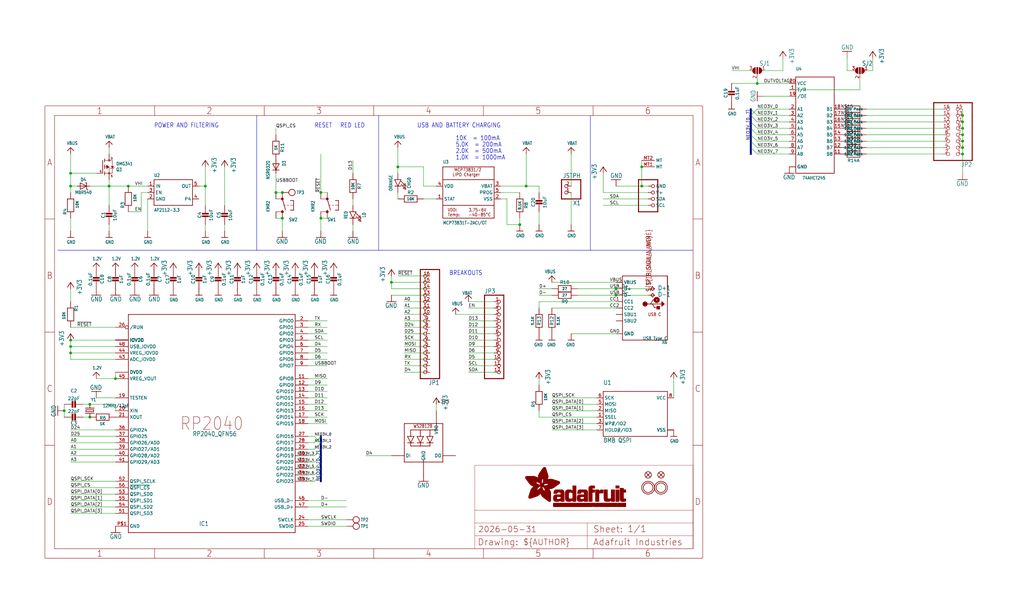
<source format=kicad_sch>
(kicad_sch (version 20230121) (generator eeschema)
  (paper "User" 405.333 241.783)
  (lib_symbols
    (symbol "working-eagle-import:+3V3" (power)
      (property "Value" "+3V3" (at -2.54 -5.08 90))
      (symbol "+3V3_1_0"
        (pin power_in line (at 0 -2.54 90) (length 2.54) (name "+3V3") (number "1"))
      )
    )
    (symbol "working-eagle-import:1.2V" (power)
      (property "Value" "1.2V" (at -1.524 1.016 0))
      (symbol "1.2V_1_0"
        (pin power_in line (at 0 -2.54 90) (length 2.54) (name "1.2V") (number "1"))
      )
    )
    (symbol "working-eagle-import:74LCX245_QFN20"
      (property "Reference" "U" (at -7.62 22.86 0))
      (symbol "74LCX245_QFN20_1_0"
        (pin bidirectional line (at -10.16 15.24 0) (length 2.54) (name "T/R") (number "1"))
        (pin bidirectional line (at -10.16 -15.24 0) (length 2.54) (name "GND") (number "10"))
        (pin bidirectional line (at 10.16 -10.16 180) (length 2.54) (name "B8") (number "11"))
        (pin bidirectional line (at 10.16 -7.62 180) (length 2.54) (name "B7") (number "12"))
        (pin bidirectional line (at 10.16 -5.08 180) (length 2.54) (name "B6") (number "13"))
        (pin bidirectional line (at 10.16 -2.54 180) (length 2.54) (name "B5") (number "14"))
        (pin bidirectional line (at 10.16 0 180) (length 2.54) (name "B4") (number "15"))
        (pin bidirectional line (at 10.16 2.54 180) (length 2.54) (name "B3") (number "16"))
        (pin bidirectional line (at 10.16 5.08 180) (length 2.54) (name "B2") (number "17"))
        (pin bidirectional line (at 10.16 7.62 180) (length 2.54) (name "B1") (number "18"))
        (pin bidirectional line (at -10.16 12.7 0) (length 2.54) (name "/OE") (number "19"))
        (pin bidirectional line (at -10.16 7.62 0) (length 2.54) (name "A1") (number "2"))
        (pin bidirectional line (at -10.16 17.78 0) (length 2.54) (name "VCC") (number "20"))
        (pin bidirectional line (at -10.16 -15.24 0) (length 2.54) (name "GND") (number "21"))
        (pin bidirectional line (at -10.16 5.08 0) (length 2.54) (name "A2") (number "3"))
        (pin bidirectional line (at -10.16 2.54 0) (length 2.54) (name "A3") (number "4"))
        (pin bidirectional line (at -10.16 0 0) (length 2.54) (name "A4") (number "5"))
        (pin bidirectional line (at -10.16 -2.54 0) (length 2.54) (name "A5") (number "6"))
        (pin bidirectional line (at -10.16 -5.08 0) (length 2.54) (name "A6") (number "7"))
        (pin bidirectional line (at -10.16 -7.62 0) (length 2.54) (name "A7") (number "8"))
        (pin bidirectional line (at -10.16 -10.16 0) (length 2.54) (name "A8") (number "9"))
      )
    )
    (symbol "working-eagle-import:CAP_CERAMIC0603_NO"
      (property "Reference" "C" (at -2.29 1.25 90))
      (symbol "CAP_CERAMIC0603_NO_1_0"
        (pin passive line (at 0 5.08 270) (length 2.54) (name "1") (number "1"))
        (pin passive line (at 0 -2.54 90) (length 2.54) (name "2") (number "2"))
      )
    )
    (symbol "working-eagle-import:CAP_CERAMIC0805-NOOUTLINE"
      (property "Reference" "C" (at -2.29 1.25 90))
      (symbol "CAP_CERAMIC0805-NOOUTLINE_1_0"
        (pin passive line (at 0 5.08 270) (length 2.54) (name "1") (number "1"))
        (pin passive line (at 0 -2.54 90) (length 2.54) (name "2") (number "2"))
      )
    )
    (symbol "working-eagle-import:CAP_CERAMIC_0402NO"
      (property "Reference" "C" (at -2.29 1.25 90))
      (symbol "CAP_CERAMIC_0402NO_1_0"
        (pin passive line (at 0 5.08 270) (length 2.54) (name "1") (number "1"))
        (pin passive line (at 0 -2.54 90) (length 2.54) (name "2") (number "2"))
      )
    )
    (symbol "working-eagle-import:CON_JST_PH_2PIN_BATT"
      (property "Reference" "X" (at -6.35 5.715 0))
      (symbol "CON_JST_PH_2PIN_BATT_1_0"
        (pin passive inverted (at -2.54 2.54 0) (length 2.54) (name "1") (number "1"))
        (pin passive inverted (at -2.54 0 0) (length 2.54) (name "2") (number "2"))
      )
    )
    (symbol "working-eagle-import:CRYSTAL2.5X2.0"
      (property "Reference" "Y" (at -2.54 2.54 0))
      (symbol "CRYSTAL2.5X2.0_1_0"
        (pin passive line (at -2.54 0 0) (length 0) (name "1") (number "1"))
        (pin passive line (at 2.54 0 180) (length 0) (name "2") (number "3"))
      )
    )
    (symbol "working-eagle-import:DIODE-SCHOTTKYSOD-123"
      (property "Reference" "D" (at 0 2.54 0))
      (symbol "DIODE-SCHOTTKYSOD-123_1_0"
        (pin passive line (at -2.54 0 0) (length 2.54) (name "A") (number "A"))
        (pin passive line (at 2.54 0 180) (length 2.54) (name "C") (number "C"))
      )
    )
    (symbol "working-eagle-import:DIODESOD-323F"
      (property "Reference" "D" (at -2.54 2.54 0))
      (symbol "DIODESOD-323F_1_0"
        (pin passive line (at -2.54 0 0) (length 2.54) (name "A") (number "A"))
        (pin passive line (at 2.54 0 180) (length 2.54) (name "C") (number "C"))
      )
    )
    (symbol "working-eagle-import:FIDUCIAL_1MM")
    (symbol "working-eagle-import:FRAME_A4_ADAFRUIT"
      (symbol "FRAME_A4_ADAFRUIT_1_0"
        (text "${#}/${##}" (at 230.505 10.16 0) (effects (font (size 2.54 2.54)) (justify left bottom)))
        (text "${AUTHOR}" (at 189.23 5.08 0) (effects (font (size 2.286 2.286)) (justify left bottom)))
        (text "${CURRENT_DATE}" (at 171.45 10.16 0) (effects (font (size 2.286 2.286)) (justify left bottom)))
        (text "${PROJECTNAME}" (at 171.45 15.24 0) (effects (font (size 2.54 2.54)) (justify left bottom)))
        (text "1" (at 21.6958 1.905 0) (effects (font (size 2.54 2.286))))
        (text "1" (at 21.6958 177.165 0) (effects (font (size 2.54 2.286))))
        (text "2" (at 65.0875 1.905 0) (effects (font (size 2.54 2.286))))
        (text "2" (at 65.0875 177.165 0) (effects (font (size 2.54 2.286))))
        (text "3" (at 108.4792 1.905 0) (effects (font (size 2.54 2.286))))
        (text "3" (at 108.4792 177.165 0) (effects (font (size 2.54 2.286))))
        (text "4" (at 151.8708 1.905 0) (effects (font (size 2.54 2.286))))
        (text "4" (at 151.8708 177.165 0) (effects (font (size 2.54 2.286))))
        (text "5" (at 195.2625 1.905 0) (effects (font (size 2.54 2.286))))
        (text "5" (at 195.2625 177.165 0) (effects (font (size 2.54 2.286))))
        (text "6" (at 238.6542 1.905 0) (effects (font (size 2.54 2.286))))
        (text "6" (at 238.6542 177.165 0) (effects (font (size 2.54 2.286))))
        (text "A" (at 1.905 156.6863 0) (effects (font (size 2.54 2.286))))
        (text "A" (at 258.445 156.6863 0) (effects (font (size 2.54 2.286))))
        (text "Adafruit Industries" (at 216.916 4.953 0) (effects (font (size 2.54 2.54)) (justify left bottom)))
        (text "B" (at 1.905 111.9188 0) (effects (font (size 2.54 2.286))))
        (text "B" (at 258.445 111.9188 0) (effects (font (size 2.54 2.286))))
        (text "C" (at 1.905 67.1513 0) (effects (font (size 2.54 2.286))))
        (text "C" (at 258.445 67.1513 0) (effects (font (size 2.54 2.286))))
        (text "D" (at 1.905 22.3838 0) (effects (font (size 2.54 2.286))))
        (text "D" (at 258.445 22.3838 0) (effects (font (size 2.54 2.286))))
        (text "Drawing:" (at 171.196 4.953 0) (effects (font (size 2.54 2.54)) (justify left bottom)))
        (text "Sheet:" (at 216.916 10.033 0) (effects (font (size 2.54 2.54)) (justify left bottom)))
      )
    )
    (symbol "working-eagle-import:GND" (power)
      (property "Value" "GND" (at -1.524 -2.54 0))
      (symbol "GND_1_0"
        (pin power_in line (at 0 2.54 270) (length 2.54) (name "GND") (number "1"))
      )
    )
    (symbol "working-eagle-import:HEADER-1X12"
      (property "Reference" "JP" (at -6.35 18.415 0))
      (symbol "HEADER-1X12_1_0"
        (pin passive inverted (at -2.54 15.24 0) (length 2.54) (name "1") (number "1"))
        (pin passive inverted (at -2.54 -7.62 0) (length 2.54) (name "10") (number "10"))
        (pin passive inverted (at -2.54 -10.16 0) (length 2.54) (name "11") (number "11"))
        (pin passive inverted (at -2.54 -12.7 0) (length 2.54) (name "12") (number "12"))
        (pin passive inverted (at -2.54 12.7 0) (length 2.54) (name "2") (number "2"))
        (pin passive inverted (at -2.54 10.16 0) (length 2.54) (name "3") (number "3"))
        (pin passive inverted (at -2.54 7.62 0) (length 2.54) (name "4") (number "4"))
        (pin passive inverted (at -2.54 5.08 0) (length 2.54) (name "5") (number "5"))
        (pin passive inverted (at -2.54 2.54 0) (length 2.54) (name "6") (number "6"))
        (pin passive inverted (at -2.54 0 0) (length 2.54) (name "7") (number "7"))
        (pin passive inverted (at -2.54 -2.54 0) (length 2.54) (name "8") (number "8"))
        (pin passive inverted (at -2.54 -5.08 0) (length 2.54) (name "9") (number "9"))
      )
    )
    (symbol "working-eagle-import:HEADER-1X16ROUND"
      (property "Reference" "JP" (at -6.35 20.955 0))
      (symbol "HEADER-1X16ROUND_1_0"
        (pin passive inverted (at -2.54 17.78 0) (length 2.54) (name "1") (number "1"))
        (pin passive inverted (at -2.54 -5.08 0) (length 2.54) (name "10") (number "10"))
        (pin passive inverted (at -2.54 -7.62 0) (length 2.54) (name "11") (number "11"))
        (pin passive inverted (at -2.54 -10.16 0) (length 2.54) (name "12") (number "12"))
        (pin passive inverted (at -2.54 -12.7 0) (length 2.54) (name "13") (number "13"))
        (pin passive inverted (at -2.54 -15.24 0) (length 2.54) (name "14") (number "14"))
        (pin passive inverted (at -2.54 -17.78 0) (length 2.54) (name "15") (number "15"))
        (pin passive inverted (at -2.54 -20.32 0) (length 2.54) (name "16") (number "16"))
        (pin passive inverted (at -2.54 15.24 0) (length 2.54) (name "2") (number "2"))
        (pin passive inverted (at -2.54 12.7 0) (length 2.54) (name "3") (number "3"))
        (pin passive inverted (at -2.54 10.16 0) (length 2.54) (name "4") (number "4"))
        (pin passive inverted (at -2.54 7.62 0) (length 2.54) (name "5") (number "5"))
        (pin passive inverted (at -2.54 5.08 0) (length 2.54) (name "6") (number "6"))
        (pin passive inverted (at -2.54 2.54 0) (length 2.54) (name "7") (number "7"))
        (pin passive inverted (at -2.54 0 0) (length 2.54) (name "8") (number "8"))
        (pin passive inverted (at -2.54 -2.54 0) (length 2.54) (name "9") (number "9"))
      )
    )
    (symbol "working-eagle-import:HEADER-2X8"
      (property "Reference" "JP" (at -8.89 10.795 0))
      (symbol "HEADER-2X8_1_0"
        (pin passive inverted (at -5.08 7.62 0) (length 2.54) (name "1") (number "1"))
        (pin passive inverted (at 2.54 -2.54 180) (length 2.54) (name "10") (number "10"))
        (pin passive inverted (at -5.08 -5.08 0) (length 2.54) (name "11") (number "11"))
        (pin passive inverted (at 2.54 -5.08 180) (length 2.54) (name "12") (number "12"))
        (pin passive inverted (at -5.08 -7.62 0) (length 2.54) (name "13") (number "13"))
        (pin passive inverted (at 2.54 -7.62 180) (length 2.54) (name "14") (number "14"))
        (pin passive inverted (at -5.08 -10.16 0) (length 2.54) (name "15") (number "15"))
        (pin passive inverted (at 2.54 -10.16 180) (length 2.54) (name "16") (number "16"))
        (pin passive inverted (at 2.54 7.62 180) (length 2.54) (name "2") (number "2"))
        (pin passive inverted (at -5.08 5.08 0) (length 2.54) (name "3") (number "3"))
        (pin passive inverted (at 2.54 5.08 180) (length 2.54) (name "4") (number "4"))
        (pin passive inverted (at -5.08 2.54 0) (length 2.54) (name "5") (number "5"))
        (pin passive inverted (at 2.54 2.54 180) (length 2.54) (name "6") (number "6"))
        (pin passive inverted (at -5.08 0 0) (length 2.54) (name "7") (number "7"))
        (pin passive inverted (at 2.54 0 180) (length 2.54) (name "8") (number "8"))
        (pin passive inverted (at -5.08 -2.54 0) (length 2.54) (name "9") (number "9"))
      )
    )
    (symbol "working-eagle-import:LED0603_NOOUTLINE"
      (property "Reference" "D" (at -1.27 4.445 0))
      (symbol "LED0603_NOOUTLINE_1_0"
        (pin passive line (at -5.08 0 0) (length 2.54) (name "A") (number "A"))
        (pin passive line (at 2.54 0 180) (length 2.54) (name "C") (number "C"))
      )
    )
    (symbol "working-eagle-import:MCP73831/2"
      (property "Reference" "U" (at -10.16 11.43 0))
      (symbol "MCP73831/2_1_0"
        (text "-40-85°C" (at 0 -9.525 0) (effects (font (size 1.27 1.0795)) (justify left bottom)))
        (text "3.75-6V" (at 0 -7.62 0) (effects (font (size 1.27 1.0795)) (justify left bottom)))
        (text "LIPO Charger" (at -6.35 6.35 0) (effects (font (size 1.27 1.0795)) (justify left bottom)))
        (text "MCP73831/2" (at -5.715 8.255 0) (effects (font (size 1.27 1.0795)) (justify left bottom)))
        (text "Temp:" (at -8.255 -9.525 0) (effects (font (size 1.27 1.0795)) (justify left bottom)))
        (text "VDD:" (at -8.255 -7.62 0) (effects (font (size 1.27 1.0795)) (justify left bottom)))
        (pin output line (at -12.7 -2.54 0) (length 2.54) (name "STAT") (number "1"))
        (pin power_in line (at 12.7 -2.54 180) (length 2.54) (name "VSS") (number "2"))
        (pin power_in line (at 12.7 2.54 180) (length 2.54) (name "VBAT") (number "3"))
        (pin power_in line (at -12.7 2.54 0) (length 2.54) (name "VDD") (number "4"))
        (pin input line (at 12.7 0 180) (length 2.54) (name "PROG") (number "5"))
      )
    )
    (symbol "working-eagle-import:MOSFET-P"
      (property "Reference" "Q" (at 2.794 0.381 0))
      (symbol "MOSFET-P_1_0"
        (text "D" (at 0.635 -3.81 0) (effects (font (size 0.8128 0.6908)) (justify left bottom)))
        (text "G" (at -3.81 1.27 0) (effects (font (size 0.8128 0.6908)) (justify left bottom)))
        (text "S" (at 0.635 3.175 0) (effects (font (size 0.8128 0.6908)) (justify left bottom)))
        (pin passive line (at -5.08 2.54 0) (length 2.54) (name "G") (number "1"))
        (pin passive line (at 0 5.08 270) (length 2.54) (name "S") (number "2"))
        (pin passive line (at 0 -5.08 90) (length 2.54) (name "D") (number "3"))
      )
    )
    (symbol "working-eagle-import:MOUNTINGHOLE2.5")
    (symbol "working-eagle-import:RESISTOR_0603_NOOUT"
      (property "Reference" "R" (at 0 2.54 0))
      (symbol "RESISTOR_0603_NOOUT_1_0"
        (pin passive line (at -5.08 0 0) (length 2.54) (name "1") (number "1"))
        (pin passive line (at 5.08 0 180) (length 2.54) (name "2") (number "2"))
      )
    )
    (symbol "working-eagle-import:RESISTOR_4PACK_0804"
      (property "Reference" "R" (at 0 2.54 0))
      (symbol "RESISTOR_4PACK_0804_1_0"
        (pin passive line (at -5.08 0 0) (length 2.54) (name "1") (number "1"))
        (pin passive line (at 5.08 0 180) (length 2.54) (name "2") (number "8"))
      )
      (symbol "RESISTOR_4PACK_0804_2_0"
        (pin passive line (at -5.08 0 0) (length 2.54) (name "1") (number "2"))
        (pin passive line (at 5.08 0 180) (length 2.54) (name "2") (number "7"))
      )
      (symbol "RESISTOR_4PACK_0804_3_0"
        (pin passive line (at -5.08 0 0) (length 2.54) (name "1") (number "3"))
        (pin passive line (at 5.08 0 180) (length 2.54) (name "2") (number "6"))
      )
      (symbol "RESISTOR_4PACK_0804_4_0"
        (pin passive line (at -5.08 0 0) (length 2.54) (name "1") (number "4"))
        (pin passive line (at 5.08 0 180) (length 2.54) (name "2") (number "5"))
      )
    )
    (symbol "working-eagle-import:RP2040_QFN56"
      (property "Reference" "IC" (at -5.08 -40.64 0))
      (symbol "RP2040_QFN56_1_0"
        (text "RP2040" (at 0 0 0) (effects (font (size 5.08 4.318))))
        (pin power_in line (at -38.1 33.02 0) (length 5.08) (name "IOVDD") (number "1"))
        (pin power_in line (at -38.1 33.02 0) (length 5.08) (name "IOVDD") (number "10"))
        (pin bidirectional line (at 38.1 17.78 180) (length 5.08) (name "GPIO8") (number "11"))
        (pin bidirectional line (at 38.1 15.24 180) (length 5.08) (name "GPIO9") (number "12"))
        (pin bidirectional line (at 38.1 12.7 180) (length 5.08) (name "GPIO10") (number "13"))
        (pin bidirectional line (at 38.1 10.16 180) (length 5.08) (name "GPIO11") (number "14"))
        (pin bidirectional line (at 38.1 7.62 180) (length 5.08) (name "GPIO12") (number "15"))
        (pin bidirectional line (at 38.1 5.08 180) (length 5.08) (name "GPIO13") (number "16"))
        (pin bidirectional line (at 38.1 2.54 180) (length 5.08) (name "GPIO14") (number "17"))
        (pin bidirectional line (at 38.1 0 180) (length 5.08) (name "GPIO15") (number "18"))
        (pin input line (at -38.1 10.16 0) (length 5.08) (name "TESTEN") (number "19"))
        (pin bidirectional line (at 38.1 40.64 180) (length 5.08) (name "GPIO0") (number "2"))
        (pin input line (at -38.1 5.08 0) (length 5.08) (name "XIN") (number "20"))
        (pin output line (at -38.1 2.54 0) (length 5.08) (name "XOUT") (number "21"))
        (pin power_in line (at -38.1 33.02 0) (length 5.08) (name "IOVDD") (number "22"))
        (pin power_in line (at -38.1 20.32 0) (length 5.08) (name "DVDD") (number "23"))
        (pin bidirectional line (at 38.1 -38.1 180) (length 5.08) (name "SWCLK") (number "24"))
        (pin bidirectional line (at 38.1 -40.64 180) (length 5.08) (name "SWDIO") (number "25"))
        (pin bidirectional inverted (at -38.1 38.1 0) (length 5.08) (name "/RUN") (number "26"))
        (pin bidirectional line (at 38.1 -5.08 180) (length 5.08) (name "GPIO16") (number "27"))
        (pin bidirectional line (at 38.1 -7.62 180) (length 5.08) (name "GPIO17") (number "28"))
        (pin bidirectional line (at 38.1 -10.16 180) (length 5.08) (name "GPIO18") (number "29"))
        (pin bidirectional line (at 38.1 38.1 180) (length 5.08) (name "GPIO1") (number "3"))
        (pin bidirectional line (at 38.1 -12.7 180) (length 5.08) (name "GPIO19") (number "30"))
        (pin bidirectional line (at 38.1 -15.24 180) (length 5.08) (name "GPIO20") (number "31"))
        (pin bidirectional line (at 38.1 -17.78 180) (length 5.08) (name "GPIO21") (number "32"))
        (pin power_in line (at -38.1 33.02 0) (length 5.08) (name "IOVDD") (number "33"))
        (pin bidirectional line (at 38.1 -20.32 180) (length 5.08) (name "GPIO22") (number "34"))
        (pin bidirectional line (at 38.1 -22.86 180) (length 5.08) (name "GPIO23") (number "35"))
        (pin bidirectional line (at -38.1 -2.54 0) (length 5.08) (name "GPIO24") (number "36"))
        (pin bidirectional line (at -38.1 -5.08 0) (length 5.08) (name "GPIO25") (number "37"))
        (pin bidirectional line (at -38.1 -7.62 0) (length 5.08) (name "GPIO26/AD0") (number "38"))
        (pin bidirectional line (at -38.1 -10.16 0) (length 5.08) (name "GPIO27/AD1") (number "39"))
        (pin bidirectional line (at 38.1 35.56 180) (length 5.08) (name "GPIO2") (number "4"))
        (pin bidirectional line (at -38.1 -12.7 0) (length 5.08) (name "GPIO28/AD2") (number "40"))
        (pin bidirectional line (at -38.1 -15.24 0) (length 5.08) (name "GPIO29/AD3") (number "41"))
        (pin power_in line (at -38.1 33.02 0) (length 5.08) (name "IOVDD") (number "42"))
        (pin power_in line (at -38.1 25.4 0) (length 5.08) (name "ADC_IOVDD") (number "43"))
        (pin power_in line (at -38.1 27.94 0) (length 5.08) (name "VREG_IOVDD") (number "44"))
        (pin power_in line (at -38.1 17.78 0) (length 5.08) (name "VREG_VOUT") (number "45"))
        (pin bidirectional line (at 38.1 -30.48 180) (length 5.08) (name "USB_D-") (number "46"))
        (pin bidirectional line (at 38.1 -33.02 180) (length 5.08) (name "USB_D+") (number "47"))
        (pin power_in line (at -38.1 30.48 0) (length 5.08) (name "USB_IOVDD") (number "48"))
        (pin power_in line (at -38.1 33.02 0) (length 5.08) (name "IOVDD") (number "49"))
        (pin bidirectional line (at 38.1 33.02 180) (length 5.08) (name "GPIO3") (number "5"))
        (pin power_in line (at -38.1 20.32 0) (length 5.08) (name "DVDD") (number "50"))
        (pin bidirectional line (at -38.1 -35.56 0) (length 5.08) (name "QSPI_SD3") (number "51"))
        (pin bidirectional line (at -38.1 -22.86 0) (length 5.08) (name "QSPI_SCLK") (number "52"))
        (pin bidirectional line (at -38.1 -27.94 0) (length 5.08) (name "QSPI_SD0") (number "53"))
        (pin bidirectional line (at -38.1 -33.02 0) (length 5.08) (name "QSPI_SD2") (number "54"))
        (pin bidirectional line (at -38.1 -30.48 0) (length 5.08) (name "QSPI_SD1") (number "55"))
        (pin bidirectional line (at -38.1 -25.4 0) (length 5.08) (name "~{QSPI_CS}") (number "56"))
        (pin bidirectional line (at 38.1 30.48 180) (length 5.08) (name "GPIO4") (number "6"))
        (pin bidirectional line (at 38.1 27.94 180) (length 5.08) (name "GPIO5") (number "7"))
        (pin bidirectional line (at 38.1 25.4 180) (length 5.08) (name "GPIO6") (number "8"))
        (pin bidirectional line (at 38.1 22.86 180) (length 5.08) (name "GPIO7") (number "9"))
        (pin power_in line (at -38.1 -40.64 0) (length 5.08) (name "GND") (number "P$1"))
      )
    )
    (symbol "working-eagle-import:SOLDERJUMPER_2WAY"
      (property "Reference" "SJ" (at -5.08 -3.81 0))
      (symbol "SOLDERJUMPER_2WAY_1_0"
        (pin passive line (at -2.54 0 0) (length 0) (name "1") (number "1"))
        (pin passive line (at 0 2.54 270) (length 0) (name "2") (number "2"))
        (pin passive line (at 2.54 0 180) (length 0) (name "3") (number "3"))
      )
    )
    (symbol "working-eagle-import:SPIFLASH_8PIN_4X4"
      (property "Reference" "U" (at -12.7 12.7 0))
      (symbol "SPIFLASH_8PIN_4X4_1_0"
        (pin bidirectional line (at -15.24 0 0) (length 2.54) (name "SSEL") (number "1"))
        (pin bidirectional line (at -15.24 2.54 0) (length 2.54) (name "MISO") (number "2"))
        (pin bidirectional line (at -15.24 -2.54 0) (length 2.54) (name "WP#/IO2") (number "3"))
        (pin bidirectional line (at 15.24 -5.08 180) (length 2.54) (name "VSS") (number "4"))
        (pin bidirectional line (at -15.24 5.08 0) (length 2.54) (name "MOSI") (number "5"))
        (pin bidirectional line (at -15.24 7.62 0) (length 2.54) (name "SCK") (number "6"))
        (pin bidirectional line (at -15.24 -5.08 0) (length 2.54) (name "HOLD#/IO3") (number "7"))
        (pin bidirectional line (at 15.24 7.62 180) (length 2.54) (name "VCC") (number "8"))
        (pin bidirectional line (at 15.24 -5.08 180) (length 2.54) (name "VSS") (number "PAD"))
      )
    )
    (symbol "working-eagle-import:STEMMA_I2C_QTRA"
      (symbol "STEMMA_I2C_QTRA_1_0"
        (pin passive inverted (at 0 5.08 0) (length 2.54) (name "GND") (number "1"))
        (pin passive inverted (at 0 2.54 0) (length 2.54) (name "V+") (number "2"))
        (pin passive inverted (at 0 0 0) (length 2.54) (name "SDA") (number "3"))
        (pin passive inverted (at 0 -2.54 0) (length 2.54) (name "SCL") (number "4"))
      )
      (symbol "STEMMA_I2C_QTRA_2_0"
        (pin bidirectional line (at 0 0 0) (length 5.08) (name "MT") (number "MT1"))
      )
      (symbol "STEMMA_I2C_QTRA_3_0"
        (pin bidirectional line (at 0 0 0) (length 5.08) (name "MT") (number "MT2"))
      )
    )
    (symbol "working-eagle-import:SWITCH_TACT_SMT4.6X2.8"
      (property "Reference" "SW" (at -2.54 6.35 0))
      (symbol "SWITCH_TACT_SMT4.6X2.8_1_0"
        (pin passive line (at -5.08 0 0) (length 2.54) (name "P") (number "A"))
        (pin passive line (at -5.08 -2.54 0) (length 2.54) (name "P1") (number "A'"))
        (pin passive line (at 5.08 0 180) (length 2.54) (name "S") (number "B"))
        (pin passive line (at 5.08 -2.54 180) (length 2.54) (name "S1") (number "B'"))
      )
    )
    (symbol "working-eagle-import:TESTPOINTROUND1.5MMNO"
      (property "Reference" "TP" (at 0 5.588 90))
      (symbol "TESTPOINTROUND1.5MMNO_1_0"
        (pin bidirectional line (at 0 0 90) (length 2.54) (name "P$1") (number "P$1"))
      )
    )
    (symbol "working-eagle-import:TPB1,27"
      (property "Reference" "TP" (at -1.27 1.27 0))
      (symbol "TPB1,27_1_0"
        (text "${TP_SIGNAL_NAME}" (at 1.27 -1.27 0) (effects (font (size 1.778 1.5113)) (justify left bottom)))
        (pin input line (at 0 -2.54 90) (length 2.54) (name "TP") (number "TP"))
      )
    )
    (symbol "working-eagle-import:USB_C"
      (property "Reference" "X" (at -10.16 13.716 0))
      (symbol "USB_C_1_0"
        (text "USB C" (at -5.08 -2.54 0) (effects (font (size 1.27 1.0795))))
        (pin power_in line (at 10.16 -10.16 180) (length 2.54) (name "GND") (number "A1B12"))
        (pin power_in line (at 10.16 10.16 180) (length 2.54) (name "VBUS") (number "A4B9"))
        (pin bidirectional line (at 10.16 2.54 180) (length 2.54) (name "CC1") (number "A5"))
        (pin bidirectional line (at 10.16 7.62 180) (length 2.54) (name "D+") (number "A6"))
        (pin bidirectional line (at 10.16 5.08 180) (length 2.54) (name "D-") (number "A7"))
        (pin bidirectional line (at 10.16 -2.54 180) (length 2.54) (name "SBU1") (number "A8"))
        (pin power_in line (at 10.16 -10.16 180) (length 2.54) (name "GND") (number "B1A12"))
        (pin power_in line (at 10.16 10.16 180) (length 2.54) (name "VBUS") (number "B4A9"))
        (pin bidirectional line (at 10.16 0 180) (length 2.54) (name "CC2") (number "B5"))
        (pin bidirectional line (at 10.16 7.62 180) (length 2.54) (name "D+") (number "B6"))
        (pin bidirectional line (at 10.16 5.08 180) (length 2.54) (name "D-") (number "B7"))
        (pin bidirectional line (at 10.16 -5.08 180) (length 2.54) (name "SBU2") (number "B8"))
      )
    )
    (symbol "working-eagle-import:VBAT" (power)
      (property "Value" "VBAT" (at -1.524 1.016 0))
      (symbol "VBAT_1_0"
        (pin power_in line (at 0 -2.54 90) (length 2.54) (name "VBAT") (number "1"))
      )
    )
    (symbol "working-eagle-import:VBUS" (power)
      (property "Value" "VBUS" (at -1.524 1.016 0))
      (symbol "VBUS_1_0"
        (pin power_in line (at 0 -2.54 90) (length 2.54) (name "VBUS") (number "1"))
      )
    )
    (symbol "working-eagle-import:VREG_SOT23-5"
      (property "Reference" "U" (at -7.62 6.096 0))
      (symbol "VREG_SOT23-5_1_0"
        (pin power_in line (at -10.16 2.54 0) (length 2.54) (name "IN") (number "1"))
        (pin power_in line (at -10.16 -2.54 0) (length 2.54) (name "GND") (number "2"))
        (pin input line (at -10.16 0 0) (length 2.54) (name "EN") (number "3"))
        (pin bidirectional line (at 10.16 -2.54 180) (length 2.54) (name "P4") (number "4"))
        (pin power_in line (at 10.16 2.54 180) (length 2.54) (name "OUT") (number "5"))
      )
    )
    (symbol "working-eagle-import:WS2812B_SK6805_1515"
      (symbol "WS2812B_SK6805_1515_1_0"
        (text "WS2812B" (at -4.064 8.382 0) (effects (font (size 1.27 1.0795)) (justify left bottom)))
        (pin input line (at -12.7 -2.54 0) (length 5.08) (name "DI") (number "1"))
        (pin power_in line (at 5.08 15.24 270) (length 5.08) (name "VDD") (number "2"))
        (pin output line (at 12.7 -2.54 180) (length 5.08) (name "DO") (number "3"))
        (pin power_in line (at 0 -10.16 90) (length 5.08) (name "GND") (number "4"))
      )
    )
    (symbol "working-eagle-import:supply1_GND" (power)
      (property "Value" "supply1_GND" (at -2.54 -2.54 0))
      (symbol "supply1_GND_1_0"
        (pin power_in line (at 0 2.54 270) (length 2.54) (name "GND") (number "1"))
      )
    )
  )
  (junction (at 381 55.88))
  (junction (at 127 86.36))
  (junction (at 243.84 114.3))
  (junction (at 35.56 160.02))
  (junction (at 381 53.34))
  (junction (at 27.94 139.7))
  (junction (at 154.94 111.76))
  (junction (at 111.76 86.36))
  (junction (at 254 66.04))
  (junction (at 381 58.42))
  (junction (at 45.72 149.86))
  (junction (at 35.56 165.1))
  (junction (at 109.22 76.2))
  (junction (at 243.84 116.84))
  (junction (at 381 48.26))
  (junction (at 27.94 134.62))
  (junction (at 27.94 137.16))
  (junction (at 127 76.2))
  (junction (at 43.18 73.66))
  (junction (at 299.72 33.02))
  (junction (at 157.48 66.04))
  (junction (at 81.28 73.66))
  (junction (at 27.94 68.58))
  (junction (at 381 60.96))
  (junction (at 25.4 162.56))
  (junction (at 381 50.8))
  (junction (at 381 45.72))
  (junction (at 27.94 73.66))
  (junction (at 111.76 76.2))
  (junction (at 50.8 73.66))
  (junction (at 205.74 88.9))
  (junction (at 208.28 73.66))
  (junction (at 254 73.66))
  (bus_entry (at 124.46 187.96) (size 2.54 -2.54))
  (bus_entry (at 299.72 43.18) (size -2.54 2.54))
  (bus_entry (at 299.72 60.96) (size -2.54 -2.54))
  (bus_entry (at 124.46 190.5) (size 2.54 -2.54))
  (bus_entry (at 299.72 45.72) (size -2.54 -2.54))
  (bus_entry (at 124.46 185.42) (size 2.54 -2.54))
  (bus_entry (at 124.46 172.72) (size 2.54 2.54))
  (bus_entry (at 124.46 180.34) (size 2.54 -2.54))
  (bus_entry (at 299.72 53.34) (size -2.54 -2.54))
  (bus_entry (at 299.72 50.8) (size -2.54 -2.54))
  (bus_entry (at 124.46 175.26) (size 2.54 -2.54))
  (bus_entry (at 124.46 177.8) (size 2.54 -2.54))
  (bus_entry (at 299.72 55.88) (size -2.54 -2.54))
  (bus_entry (at 299.72 58.42) (size -2.54 -2.54))
  (bus_entry (at 124.46 182.88) (size 2.54 -2.54))
  (bus_entry (at 299.72 48.26) (size -2.54 -2.54))
  (wire (pts (xy 256.54 78.74) (xy 238.76 78.74)) (stroke (width 0.1524)))
  (wire (pts (xy 121.92 200.66) (xy 137.16 200.66)) (stroke (width 0.1524)))
  (wire (pts (xy 312.42 35.56) (xy 340.36 35.56)) (stroke (width 0.1524)))
  (wire (pts (xy 266.7 149.86) (xy 266.7 157.48)) (stroke (width 0.1524)))
  (wire (pts (xy 27.94 195.58) (xy 45.72 195.58)) (stroke (width 0.1524)))
  (wire (pts (xy 45.72 157.48) (xy 38.1 157.48)) (stroke (width 0.1524)))
  (wire (pts (xy 81.28 73.66) (xy 81.28 66.04)) (stroke (width 0.1524)))
  (wire (pts (xy 373.38 43.18) (xy 342.9 43.18)) (stroke (width 0.1524)))
  (wire (pts (xy 342.9 27.94) (xy 345.44 27.94)) (stroke (width 0.1524)))
  (wire (pts (xy 45.72 137.16) (xy 27.94 137.16)) (stroke (width 0.1524)))
  (wire (pts (xy 195.58 142.24) (xy 185.42 142.24)) (stroke (width 0.1524)))
  (wire (pts (xy 256.54 76.2) (xy 238.76 76.2)) (stroke (width 0.1524)))
  (wire (pts (xy 172.72 162.56) (xy 172.72 160.02)) (stroke (width 0.1524)))
  (wire (pts (xy 185.42 121.92) (xy 195.58 121.92)) (stroke (width 0.1524)))
  (wire (pts (xy 124.46 172.72) (xy 121.92 172.72)) (stroke (width 0.1524)))
  (wire (pts (xy 381 55.88) (xy 381 58.42)) (stroke (width 0.1524)))
  (wire (pts (xy 243.84 121.92) (xy 218.44 121.92)) (stroke (width 0.1524)))
  (wire (pts (xy 137.16 205.74) (xy 121.92 205.74)) (stroke (width 0.1524)))
  (wire (pts (xy 160.02 147.32) (xy 170.18 147.32)) (stroke (width 0.1524)))
  (wire (pts (xy 312.42 55.88) (xy 299.72 55.88)) (stroke (width 0.1524)))
  (wire (pts (xy 299.72 48.26) (xy 312.42 48.26)) (stroke (width 0.1524)))
  (wire (pts (xy 124.46 175.26) (xy 121.92 175.26)) (stroke (width 0.1524)))
  (wire (pts (xy 58.42 73.66) (xy 50.8 73.66)) (stroke (width 0.1524)))
  (bus (pts (xy 297.18 58.42) (xy 297.18 60.96)) (stroke (width 0.762)))
  (wire (pts (xy 195.58 127) (xy 185.42 127)) (stroke (width 0.1524)))
  (bus (pts (xy 127 177.8) (xy 127 180.34)) (stroke (width 0.762)))
  (wire (pts (xy 45.72 129.54) (xy 27.94 129.54)) (stroke (width 0.1524)))
  (wire (pts (xy 236.22 157.48) (xy 218.44 157.48)) (stroke (width 0.1524)))
  (polyline (pts (xy 274.32 99.06) (xy 233.68 99.06)) (stroke (width 0.1524) (type solid)))
  (wire (pts (xy 121.92 137.16) (xy 129.54 137.16)) (stroke (width 0.1524)))
  (wire (pts (xy 43.18 88.9) (xy 43.18 91.44)) (stroke (width 0.1524)))
  (wire (pts (xy 27.94 137.16) (xy 27.94 134.62)) (stroke (width 0.1524)))
  (wire (pts (xy 127 76.2) (xy 129.54 76.2)) (stroke (width 0.1524)))
  (bus (pts (xy 297.18 43.18) (xy 297.18 45.72)) (stroke (width 0.762)))
  (wire (pts (xy 27.94 182.88) (xy 45.72 182.88)) (stroke (width 0.1524)))
  (wire (pts (xy 170.18 119.38) (xy 160.02 119.38)) (stroke (width 0.1524)))
  (wire (pts (xy 121.92 142.24) (xy 129.54 142.24)) (stroke (width 0.1524)))
  (wire (pts (xy 195.58 132.08) (xy 185.42 132.08)) (stroke (width 0.1524)))
  (wire (pts (xy 129.54 129.54) (xy 121.92 129.54)) (stroke (width 0.1524)))
  (wire (pts (xy 45.72 190.5) (xy 27.94 190.5)) (stroke (width 0.1524)))
  (wire (pts (xy 33.02 165.1) (xy 35.56 165.1)) (stroke (width 0.1524)))
  (wire (pts (xy 381 50.8) (xy 381 53.34)) (stroke (width 0.1524)))
  (wire (pts (xy 45.72 147.32) (xy 45.72 149.86)) (stroke (width 0.1524)))
  (wire (pts (xy 170.18 116.84) (xy 154.94 116.84)) (stroke (width 0.1524)))
  (wire (pts (xy 78.74 73.66) (xy 81.28 73.66)) (stroke (width 0.1524)))
  (wire (pts (xy 38.1 149.86) (xy 45.72 149.86)) (stroke (width 0.1524)))
  (wire (pts (xy 27.94 68.58) (xy 27.94 60.96)) (stroke (width 0.1524)))
  (wire (pts (xy 109.22 86.36) (xy 111.76 86.36)) (stroke (width 0.1524)))
  (wire (pts (xy 297.18 27.94) (xy 289.56 27.94)) (stroke (width 0.1524)))
  (wire (pts (xy 121.92 132.08) (xy 129.54 132.08)) (stroke (width 0.1524)))
  (wire (pts (xy 381 53.34) (xy 381 55.88)) (stroke (width 0.1524)))
  (wire (pts (xy 213.36 162.56) (xy 213.36 165.1)) (stroke (width 0.1524)))
  (wire (pts (xy 243.84 119.38) (xy 213.36 119.38)) (stroke (width 0.1524)))
  (wire (pts (xy 381 58.42) (xy 381 60.96)) (stroke (width 0.1524)))
  (wire (pts (xy 35.56 160.02) (xy 45.72 160.02)) (stroke (width 0.1524)))
  (wire (pts (xy 121.92 152.4) (xy 129.54 152.4)) (stroke (width 0.1524)))
  (wire (pts (xy 381 43.18) (xy 381 45.72)) (stroke (width 0.1524)))
  (wire (pts (xy 337.82 27.94) (xy 335.28 27.94)) (stroke (width 0.1524)))
  (wire (pts (xy 45.72 139.7) (xy 27.94 139.7)) (stroke (width 0.1524)))
  (wire (pts (xy 302.26 27.94) (xy 309.88 27.94)) (stroke (width 0.1524)))
  (wire (pts (xy 198.12 78.74) (xy 200.66 78.74)) (stroke (width 0.1524)))
  (wire (pts (xy 121.92 154.94) (xy 129.54 154.94)) (stroke (width 0.1524)))
  (wire (pts (xy 208.28 73.66) (xy 198.12 73.66)) (stroke (width 0.1524)))
  (wire (pts (xy 254 66.04) (xy 254 63.5)) (stroke (width 0.1524)))
  (wire (pts (xy 185.42 139.7) (xy 195.58 139.7)) (stroke (width 0.1524)))
  (wire (pts (xy 88.9 88.9) (xy 88.9 91.44)) (stroke (width 0.1524)))
  (wire (pts (xy 38.1 68.58) (xy 27.94 68.58)) (stroke (width 0.1524)))
  (wire (pts (xy 139.7 68.58) (xy 139.7 63.5)) (stroke (width 0.1524)))
  (wire (pts (xy 139.7 78.74) (xy 139.7 81.28)) (stroke (width 0.1524)))
  (bus (pts (xy 297.18 50.8) (xy 297.18 53.34)) (stroke (width 0.762)))
  (polyline (pts (xy 233.68 99.06) (xy 149.86 99.06)) (stroke (width 0.1524) (type solid)))
  (wire (pts (xy 81.28 81.28) (xy 81.28 73.66)) (stroke (width 0.1524)))
  (wire (pts (xy 121.92 160.02) (xy 129.54 160.02)) (stroke (width 0.1524)))
  (wire (pts (xy 200.66 78.74) (xy 200.66 88.9)) (stroke (width 0.1524)))
  (wire (pts (xy 236.22 162.56) (xy 218.44 162.56)) (stroke (width 0.1524)))
  (wire (pts (xy 27.94 177.8) (xy 45.72 177.8)) (stroke (width 0.1524)))
  (wire (pts (xy 154.94 114.3) (xy 154.94 111.76)) (stroke (width 0.1524)))
  (wire (pts (xy 121.92 198.12) (xy 137.16 198.12)) (stroke (width 0.1524)))
  (wire (pts (xy 302.26 38.1) (xy 312.42 38.1)) (stroke (width 0.1524)))
  (wire (pts (xy 213.36 83.82) (xy 213.36 88.9)) (stroke (width 0.1524)))
  (wire (pts (xy 236.22 167.64) (xy 218.44 167.64)) (stroke (width 0.1524)))
  (bus (pts (xy 297.18 45.72) (xy 297.18 48.26)) (stroke (width 0.762)))
  (wire (pts (xy 373.38 55.88) (xy 342.9 55.88)) (stroke (width 0.1524)))
  (wire (pts (xy 45.72 160.02) (xy 45.72 162.56)) (stroke (width 0.1524)))
  (wire (pts (xy 81.28 88.9) (xy 81.28 91.44)) (stroke (width 0.1524)))
  (wire (pts (xy 45.72 134.62) (xy 27.94 134.62)) (stroke (width 0.1524)))
  (wire (pts (xy 43.18 71.12) (xy 43.18 73.66)) (stroke (width 0.1524)))
  (bus (pts (xy 297.18 55.88) (xy 297.18 58.42)) (stroke (width 0.762)))
  (wire (pts (xy 160.02 132.08) (xy 170.18 132.08)) (stroke (width 0.1524)))
  (wire (pts (xy 299.72 33.02) (xy 312.42 33.02)) (stroke (width 0.1524)))
  (wire (pts (xy 157.48 66.04) (xy 167.64 66.04)) (stroke (width 0.1524)))
  (wire (pts (xy 121.92 139.7) (xy 129.54 139.7)) (stroke (width 0.1524)))
  (wire (pts (xy 58.42 78.74) (xy 58.42 91.44)) (stroke (width 0.1524)))
  (wire (pts (xy 121.92 162.56) (xy 129.54 162.56)) (stroke (width 0.1524)))
  (wire (pts (xy 109.22 76.2) (xy 109.22 68.58)) (stroke (width 0.1524)))
  (bus (pts (xy 127 180.34) (xy 127 182.88)) (stroke (width 0.762)))
  (wire (pts (xy 218.44 114.3) (xy 213.36 114.3)) (stroke (width 0.1524)))
  (wire (pts (xy 45.72 175.26) (xy 27.94 175.26)) (stroke (width 0.1524)))
  (bus (pts (xy 127 182.88) (xy 127 185.42)) (stroke (width 0.762)))
  (bus (pts (xy 127 172.72) (xy 127 175.26)) (stroke (width 0.762)))
  (wire (pts (xy 195.58 144.78) (xy 185.42 144.78)) (stroke (width 0.1524)))
  (wire (pts (xy 299.72 58.42) (xy 312.42 58.42)) (stroke (width 0.1524)))
  (wire (pts (xy 35.56 73.66) (xy 43.18 73.66)) (stroke (width 0.1524)))
  (wire (pts (xy 25.4 165.1) (xy 25.4 162.56)) (stroke (width 0.1524)))
  (wire (pts (xy 299.72 30.48) (xy 299.72 33.02)) (stroke (width 0.1524)))
  (polyline (pts (xy 233.68 99.06) (xy 233.68 45.72)) (stroke (width 0.1524) (type solid)))
  (wire (pts (xy 27.94 170.18) (xy 45.72 170.18)) (stroke (width 0.1524)))
  (wire (pts (xy 243.84 114.3) (xy 256.54 114.3)) (stroke (width 0.1524)))
  (wire (pts (xy 27.94 114.3) (xy 27.94 119.38)) (stroke (width 0.1524)))
  (wire (pts (xy 111.76 86.36) (xy 111.76 91.44)) (stroke (width 0.1524)))
  (wire (pts (xy 213.36 73.66) (xy 208.28 73.66)) (stroke (width 0.1524)))
  (wire (pts (xy 45.72 193.04) (xy 27.94 193.04)) (stroke (width 0.1524)))
  (wire (pts (xy 170.18 129.54) (xy 160.02 129.54)) (stroke (width 0.1524)))
  (wire (pts (xy 205.74 86.36) (xy 205.74 88.9)) (stroke (width 0.1524)))
  (polyline (pts (xy 149.86 99.06) (xy 149.86 45.72)) (stroke (width 0.1524) (type solid)))
  (wire (pts (xy 312.42 50.8) (xy 299.72 50.8)) (stroke (width 0.1524)))
  (wire (pts (xy 345.44 27.94) (xy 345.44 22.86)) (stroke (width 0.1524)))
  (wire (pts (xy 157.48 68.58) (xy 157.48 66.04)) (stroke (width 0.1524)))
  (wire (pts (xy 43.18 73.66) (xy 43.18 81.28)) (stroke (width 0.1524)))
  (wire (pts (xy 129.54 86.36) (xy 127 86.36)) (stroke (width 0.1524)))
  (wire (pts (xy 139.7 88.9) (xy 139.7 91.44)) (stroke (width 0.1524)))
  (wire (pts (xy 160.02 127) (xy 170.18 127)) (stroke (width 0.1524)))
  (bus (pts (xy 127 185.42) (xy 127 187.96)) (stroke (width 0.762)))
  (wire (pts (xy 27.94 198.12) (xy 45.72 198.12)) (stroke (width 0.1524)))
  (wire (pts (xy 373.38 50.8) (xy 342.9 50.8)) (stroke (width 0.1524)))
  (wire (pts (xy 299.72 43.18) (xy 312.42 43.18)) (stroke (width 0.1524)))
  (wire (pts (xy 121.92 190.5) (xy 124.46 190.5)) (stroke (width 0.1524)))
  (wire (pts (xy 213.36 116.84) (xy 218.44 116.84)) (stroke (width 0.1524)))
  (wire (pts (xy 167.64 78.74) (xy 172.72 78.74)) (stroke (width 0.1524)))
  (wire (pts (xy 121.92 134.62) (xy 129.54 134.62)) (stroke (width 0.1524)))
  (wire (pts (xy 195.58 124.46) (xy 180.34 124.46)) (stroke (width 0.1524)))
  (wire (pts (xy 256.54 73.66) (xy 254 73.66)) (stroke (width 0.1524)))
  (wire (pts (xy 167.64 66.04) (xy 167.64 73.66)) (stroke (width 0.1524)))
  (bus (pts (xy 297.18 48.26) (xy 297.18 50.8)) (stroke (width 0.762)))
  (wire (pts (xy 185.42 147.32) (xy 195.58 147.32)) (stroke (width 0.1524)))
  (wire (pts (xy 55.88 83.82) (xy 55.88 76.2)) (stroke (width 0.1524)))
  (wire (pts (xy 160.02 144.78) (xy 170.18 144.78)) (stroke (width 0.1524)))
  (wire (pts (xy 213.36 76.2) (xy 213.36 73.66)) (stroke (width 0.1524)))
  (bus (pts (xy 297.18 53.34) (xy 297.18 55.88)) (stroke (width 0.762)))
  (wire (pts (xy 373.38 45.72) (xy 342.9 45.72)) (stroke (width 0.1524)))
  (wire (pts (xy 170.18 137.16) (xy 160.02 137.16)) (stroke (width 0.1524)))
  (wire (pts (xy 111.76 76.2) (xy 109.22 76.2)) (stroke (width 0.1524)))
  (wire (pts (xy 45.72 180.34) (xy 27.94 180.34)) (stroke (width 0.1524)))
  (wire (pts (xy 121.92 165.1) (xy 129.54 165.1)) (stroke (width 0.1524)))
  (wire (pts (xy 289.56 33.02) (xy 299.72 33.02)) (stroke (width 0.1524)))
  (wire (pts (xy 373.38 60.96) (xy 342.9 60.96)) (stroke (width 0.1524)))
  (wire (pts (xy 30.48 73.66) (xy 27.94 73.66)) (stroke (width 0.1524)))
  (wire (pts (xy 243.84 116.84) (xy 256.54 116.84)) (stroke (width 0.1524)))
  (wire (pts (xy 309.88 27.94) (xy 309.88 22.86)) (stroke (width 0.1524)))
  (wire (pts (xy 121.92 182.88) (xy 124.46 182.88)) (stroke (width 0.1524)))
  (wire (pts (xy 88.9 81.28) (xy 88.9 66.04)) (stroke (width 0.1524)))
  (wire (pts (xy 200.66 88.9) (xy 205.74 88.9)) (stroke (width 0.1524)))
  (wire (pts (xy 218.44 111.76) (xy 243.84 111.76)) (stroke (width 0.1524)))
  (wire (pts (xy 109.22 53.34) (xy 109.22 50.8)) (stroke (width 0.1524)))
  (wire (pts (xy 121.92 144.78) (xy 129.54 144.78)) (stroke (width 0.1524)))
  (wire (pts (xy 35.56 160.02) (xy 33.02 160.02)) (stroke (width 0.1524)))
  (wire (pts (xy 50.8 73.66) (xy 43.18 73.66)) (stroke (width 0.1524)))
  (wire (pts (xy 226.06 132.08) (xy 243.84 132.08)) (stroke (width 0.1524)))
  (wire (pts (xy 167.64 73.66) (xy 172.72 73.66)) (stroke (width 0.1524)))
  (wire (pts (xy 170.18 134.62) (xy 160.02 134.62)) (stroke (width 0.1524)))
  (wire (pts (xy 170.18 142.24) (xy 160.02 142.24)) (stroke (width 0.1524)))
  (wire (pts (xy 312.42 53.34) (xy 299.72 53.34)) (stroke (width 0.1524)))
  (wire (pts (xy 254 73.66) (xy 243.84 73.66)) (stroke (width 0.1524)))
  (wire (pts (xy 27.94 203.2) (xy 45.72 203.2)) (stroke (width 0.1524)))
  (wire (pts (xy 254 73.66) (xy 254 66.04)) (stroke (width 0.1524)))
  (wire (pts (xy 50.8 83.82) (xy 55.88 83.82)) (stroke (width 0.1524)))
  (wire (pts (xy 243.84 114.3) (xy 228.6 114.3)) (stroke (width 0.1524)))
  (wire (pts (xy 27.94 73.66) (xy 27.94 68.58)) (stroke (width 0.1524)))
  (wire (pts (xy 45.72 142.24) (xy 27.94 142.24)) (stroke (width 0.1524)))
  (wire (pts (xy 160.02 139.7) (xy 170.18 139.7)) (stroke (width 0.1524)))
  (wire (pts (xy 121.92 187.96) (xy 124.46 187.96)) (stroke (width 0.1524)))
  (wire (pts (xy 27.94 200.66) (xy 45.72 200.66)) (stroke (width 0.1524)))
  (polyline (pts (xy 149.86 99.06) (xy 101.6 99.06)) (stroke (width 0.1524) (type solid)))
  (wire (pts (xy 157.48 76.2) (xy 157.48 78.74)) (stroke (width 0.1524)))
  (wire (pts (xy 124.46 177.8) (xy 121.92 177.8)) (stroke (width 0.1524)))
  (wire (pts (xy 170.18 124.46) (xy 160.02 124.46)) (stroke (width 0.1524)))
  (wire (pts (xy 121.92 185.42) (xy 124.46 185.42)) (stroke (width 0.1524)))
  (wire (pts (xy 157.48 58.42) (xy 157.48 66.04)) (stroke (width 0.1524)))
  (wire (pts (xy 154.94 180.34) (xy 144.78 180.34)) (stroke (width 0.1524)))
  (wire (pts (xy 154.94 111.76) (xy 170.18 111.76)) (stroke (width 0.1524)))
  (polyline (pts (xy 101.6 99.06) (xy 101.6 45.72)) (stroke (width 0.1524) (type solid)))
  (wire (pts (xy 218.44 170.18) (xy 236.22 170.18)) (stroke (width 0.1524)))
  (polyline (pts (xy 22.86 99.06) (xy 101.6 99.06)) (stroke (width 0.1524) (type solid)))
  (wire (pts (xy 381 60.96) (xy 381 68.58)) (stroke (width 0.1524)))
  (wire (pts (xy 228.6 116.84) (xy 243.84 116.84)) (stroke (width 0.1524)))
  (bus (pts (xy 127 175.26) (xy 127 177.8)) (stroke (width 0.762)))
  (wire (pts (xy 55.88 76.2) (xy 58.42 76.2)) (stroke (width 0.1524)))
  (wire (pts (xy 335.28 22.86) (xy 335.28 27.94)) (stroke (width 0.1524)))
  (wire (pts (xy 43.18 58.42) (xy 43.18 60.96)) (stroke (width 0.1524)))
  (wire (pts (xy 195.58 137.16) (xy 185.42 137.16)) (stroke (width 0.1524)))
  (wire (pts (xy 170.18 109.22) (xy 157.48 109.22)) (stroke (width 0.1524)))
  (wire (pts (xy 170.18 114.3) (xy 154.94 114.3)) (stroke (width 0.1524)))
  (bus (pts (xy 127 187.96) (xy 127 190.5)) (stroke (width 0.762)))
  (wire (pts (xy 27.94 91.44) (xy 27.94 86.36)) (stroke (width 0.1524)))
  (wire (pts (xy 312.42 45.72) (xy 299.72 45.72)) (stroke (width 0.1524)))
  (wire (pts (xy 121.92 127) (xy 129.54 127)) (stroke (width 0.1524)))
  (wire (pts (xy 213.36 165.1) (xy 236.22 165.1)) (stroke (width 0.1524)))
  (wire (pts (xy 127 60.96) (xy 127 76.2)) (stroke (width 0.1524)))
  (wire (pts (xy 121.92 167.64) (xy 129.54 167.64)) (stroke (width 0.1524)))
  (wire (pts (xy 226.06 60.96) (xy 226.06 73.66)) (stroke (width 0.1524)))
  (wire (pts (xy 121.92 180.34) (xy 124.46 180.34)) (stroke (width 0.1524)))
  (wire (pts (xy 27.94 139.7) (xy 27.94 137.16)) (stroke (width 0.1524)))
  (wire (pts (xy 312.42 60.96) (xy 299.72 60.96)) (stroke (width 0.1524)))
  (wire (pts (xy 373.38 53.34) (xy 342.9 53.34)) (stroke (width 0.1524)))
  (wire (pts (xy 185.42 119.38) (xy 195.58 119.38)) (stroke (width 0.1524)))
  (wire (pts (xy 381 45.72) (xy 381 48.26)) (stroke (width 0.1524)))
  (wire (pts (xy 185.42 129.54) (xy 195.58 129.54)) (stroke (width 0.1524)))
  (wire (pts (xy 160.02 121.92) (xy 170.18 121.92)) (stroke (width 0.1524)))
  (wire (pts (xy 185.42 134.62) (xy 195.58 134.62)) (stroke (width 0.1524)))
  (wire (pts (xy 127 91.44) (xy 127 86.36)) (stroke (width 0.1524)))
  (wire (pts (xy 121.92 208.28) (xy 137.16 208.28)) (stroke (width 0.1524)))
  (wire (pts (xy 226.06 88.9) (xy 226.06 76.2)) (stroke (width 0.1524)))
  (wire (pts (xy 340.36 35.56) (xy 340.36 30.48)) (stroke (width 0.1524)))
  (wire (pts (xy 213.36 119.38) (xy 213.36 121.92)) (stroke (width 0.1524)))
  (wire (pts (xy 381 48.26) (xy 381 50.8)) (stroke (width 0.1524)))
  (wire (pts (xy 45.72 172.72) (xy 27.94 172.72)) (stroke (width 0.1524)))
  (wire (pts (xy 238.76 81.28) (xy 256.54 81.28)) (stroke (width 0.1524)))
  (wire (pts (xy 154.94 109.22) (xy 154.94 111.76)) (stroke (width 0.1524)))
  (wire (pts (xy 373.38 48.26) (xy 342.9 48.26)) (stroke (width 0.1524)))
  (wire (pts (xy 25.4 162.56) (xy 25.4 160.02)) (stroke (width 0.1524)))
  (wire (pts (xy 218.44 160.02) (xy 236.22 160.02)) (stroke (width 0.1524)))
  (wire (pts (xy 198.12 76.2) (xy 205.74 76.2)) (stroke (width 0.1524)))
  (wire (pts (xy 208.28 60.96) (xy 208.28 73.66)) (stroke (width 0.1524)))
  (wire (pts (xy 27.94 76.2) (xy 27.94 73.66)) (stroke (width 0.1524)))
  (wire (pts (xy 27.94 142.24) (xy 27.94 139.7)) (stroke (width 0.1524)))
  (wire (pts (xy 373.38 58.42) (xy 342.9 58.42)) (stroke (width 0.1524)))
  (wire (pts (xy 238.76 76.2) (xy 238.76 68.58)) (stroke (width 0.1524)))
  (wire (pts (xy 121.92 157.48) (xy 129.54 157.48)) (stroke (width 0.1524)))
  (wire (pts (xy 121.92 149.86) (xy 129.54 149.86)) (stroke (width 0.1524)))
  (wire (pts (xy 213.36 149.86) (xy 213.36 152.4)) (stroke (width 0.1524)))
  (text "1.0K  = 1000mA" (at 180.34 63.5 0) (effects (font (size 1.778 1.5113)) (justify left bottom)))
  (text "2.0K  = 500mA" (at 180.34 60.96 0) (effects (font (size 1.778 1.5113)) (justify left bottom)))
  (text "10K  = 100mA" (at 180.34 55.88 0) (effects (font (size 1.778 1.5113)) (justify left bottom)))
  (text "BREAKOUTS" (at 177.8 109.22 0) (effects (font (size 1.778 1.5113)) (justify left bottom)))
  (text "POWER AND FILTERING" (at 60.96 50.8 0) (effects (font (size 1.778 1.5113)) (justify left bottom)))
  (text "RESET" (at 124.46 50.8 0) (effects (font (size 1.778 1.5113)) (justify left bottom)))
  (text "5.0K  = 200mA" (at 180.34 58.42 0) (effects (font (size 1.778 1.5113)) (justify left bottom)))
  (text "USB AND BATTERY CHARGING" (at 165.1 50.8 0) (effects (font (size 1.778 1.5113)) (justify left bottom)))
  (text "RED LED" (at 134.62 50.8 0) (effects (font (size 1.778 1.5113)) (justify left bottom)))
  (label "RX" (at 160.02 142.24 0) (effects (font (size 1.2446 1.2446))))
  (label "VHI" (at 289.56 27.94 0) (effects (font (size 1.2446 1.2446))))
  (label "D5" (at 185.42 142.24 0) (effects (font (size 1.2446 1.2446))))
  (label "NEO3V_3" (at 124.46 180.34 180) (effects (font (size 1.016 1.016))))
  (label "QSPI_SCK" (at 218.44 157.48 0) (effects (font (size 1.2446 1.2446))))
  (label "D4" (at 144.78 180.34 0) (effects (font (size 1.2446 1.2446))))
  (label "A3" (at 27.94 182.88 0) (effects (font (size 1.2446 1.2446))))
  (label "D6" (at 124.46 142.24 0) (effects (font (size 1.2446 1.2446))))
  (label "QSPI_DATA[0]" (at 27.94 195.58 0) (effects (font (size 1.2446 1.2446))))
  (label "MOSI" (at 160.02 137.16 0) (effects (font (size 1.2446 1.2446))))
  (label "GND" (at 241.3 132.08 0) (effects (font (size 1.2446 1.2446))))
  (label "SCL" (at 185.42 144.78 0) (effects (font (size 1.2446 1.2446))))
  (label "EN" (at 53.34 83.82 0) (effects (font (size 1.2446 1.2446))))
  (label "SDA" (at 124.46 132.08 0) (effects (font (size 1.2446 1.2446))))
  (label "NEO3V_[0..7]" (at 127 190.5 90) (effects (font (size 1.2446 1.2446))))
  (label "MISO" (at 124.46 149.86 0) (effects (font (size 1.2446 1.2446))))
  (label "VBUS" (at 241.3 111.76 0) (effects (font (size 1.2446 1.2446))))
  (label "D11" (at 124.46 157.48 0) (effects (font (size 1.2446 1.2446))))
  (label "A0" (at 160.02 119.38 0) (effects (font (size 1.2446 1.2446))))
  (label "N$14" (at 332.74 45.72 0) (effects (font (size 1.2446 1.2446))))
  (label "NEO3V_2" (at 124.46 177.8 0) (effects (font (size 1.016 1.016))))
  (label "EN" (at 185.42 121.92 0) (effects (font (size 1.2446 1.2446))))
  (label "N$9" (at 335.28 58.42 0) (effects (font (size 1.2446 1.2446))))
  (label "A1" (at 160.02 121.92 0) (effects (font (size 1.2446 1.2446))))
  (label "USB_D+" (at 241.3 114.3 0) (effects (font (size 1.2446 1.2446))))
  (label "NEO3V_7" (at 299.72 60.96 0) (effects (font (size 1.2446 1.2446))))
  (label "QSPI_CS" (at 218.44 165.1 0) (effects (font (size 1.2446 1.2446))))
  (label "N$10" (at 335.28 55.88 0) (effects (font (size 1.2446 1.2446))))
  (label "D9" (at 124.46 152.4 0) (effects (font (size 1.2446 1.2446))))
  (label "NEO3V_6" (at 299.72 58.42 0) (effects (font (size 1.2446 1.2446))))
  (label "N$8" (at 335.28 60.96 0) (effects (font (size 1.2446 1.2446))))
  (label "A0" (at 27.94 175.26 0) (effects (font (size 1.2446 1.2446))))
  (label "+3V3" (at 172.72 160.02 0) (effects (font (size 1.2446 1.2446))))
  (label "N$13" (at 332.74 48.26 0) (effects (font (size 1.2446 1.2446))))
  (label "QSPI_DATA[1]" (at 27.94 198.12 0) (effects (font (size 1.2446 1.2446))))
  (label "NEO3V_[0..7]" (at 297.18 43.18 270) (effects (font (size 1.2446 1.2446))))
  (label "OUTVOLTAGE" (at 302.26 33.02 0) (effects (font (size 1.2446 1.2446))))
  (label "A3" (at 160.02 127 0) (effects (font (size 1.2446 1.2446))))
  (label "QSPI_DATA[2]" (at 218.44 167.64 0) (effects (font (size 1.2446 1.2446))))
  (label "D5" (at 124.46 139.7 0) (effects (font (size 1.2446 1.2446))))
  (label "D4" (at 160.02 147.32 0) (effects (font (size 1.2446 1.2446))))
  (label "D-" (at 213.36 116.84 0) (effects (font (size 1.2446 1.2446))))
  (label "N$12" (at 332.74 50.8 0) (effects (font (size 1.2446 1.2446))))
  (label "D+" (at 213.36 114.3 0) (effects (font (size 1.2446 1.2446))))
  (label "CC2" (at 241.3 121.92 0) (effects (font (size 1.2446 1.2446))))
  (label "D25" (at 160.02 132.08 0) (effects (font (size 1.2446 1.2446))))
  (label "SDA" (at 241.3 78.74 0) (effects (font (size 1.2446 1.2446))))
  (label "SWDIO" (at 127 208.28 0) (effects (font (size 1.2446 1.2446))))
  (label "SCL" (at 124.46 134.62 0) (effects (font (size 1.2446 1.2446))))
  (label "QSPI_SCK" (at 27.94 190.5 0) (effects (font (size 1.2446 1.2446))))
  (label "QSPI_DATA[3]" (at 218.44 170.18 0) (effects (font (size 1.2446 1.2446))))
  (label "MOSI" (at 124.46 167.64 0) (effects (font (size 1.2446 1.2446))))
  (label "NEO3V_0" (at 124.46 172.72 0) (effects (font (size 1.016 1.016))))
  (label "NEO3V_5" (at 299.72 55.88 0) (effects (font (size 1.2446 1.2446))))
  (label "SWCLK" (at 127 205.74 0) (effects (font (size 1.2446 1.2446))))
  (label "D24" (at 27.94 170.18 0) (effects (font (size 1.2446 1.2446))))
  (label "D10" (at 124.46 154.94 0) (effects (font (size 1.2446 1.2446))))
  (label "D13" (at 185.42 127 0) (effects (font (size 1.2446 1.2446))))
  (label "RX" (at 124.46 129.54 0) (effects (font (size 1.2446 1.2446))))
  (label "NEO3V_0" (at 299.72 43.18 0) (effects (font (size 1.2446 1.2446))))
  (label "QSPI_DATA[3]" (at 27.94 203.2 0) (effects (font (size 1.2446 1.2446))))
  (label "D12" (at 124.46 160.02 0) (effects (font (size 1.2446 1.2446))))
  (label "A2" (at 160.02 124.46 0) (effects (font (size 1.2446 1.2446))))
  (label "SDA" (at 185.42 147.32 0) (effects (font (size 1.2446 1.2446))))
  (label "D12" (at 185.42 129.54 0) (effects (font (size 1.2446 1.2446))))
  (label "D-" (at 127 198.12 0) (effects (font (size 1.2446 1.2446))))
  (label "QSPI_DATA[1]" (at 218.44 162.56 0) (effects (font (size 1.2446 1.2446))))
  (label "QSPI_DATA[0]" (at 218.44 160.02 0) (effects (font (size 1.2446 1.2446))))
  (label "USBBOOT" (at 109.22 72.39 0) (effects (font (size 1.2446 1.2446))))
  (label "D24" (at 160.02 129.54 0) (effects (font (size 1.2446 1.2446))))
  (label "TX" (at 124.46 127 0) (effects (font (size 1.2446 1.2446))))
  (label "QSPI_CS" (at 109.22 50.8 0) (effects (font (size 1.2446 1.2446))))
  (label "D13" (at 139.7 63.5 270) (effects (font (size 1.2446 1.2446))))
  (label "USB_D-" (at 241.3 116.84 0) (effects (font (size 1.2446 1.2446))))
  (label "A2" (at 27.94 180.34 0) (effects (font (size 1.2446 1.2446))))
  (label "N$11" (at 335.28 53.34 0) (effects (font (size 1.2446 1.2446))))
  (label "D9" (at 185.42 137.16 0) (effects (font (size 1.2446 1.2446))))
  (label "A1" (at 27.94 177.8 0) (effects (font (size 1.2446 1.2446))))
  (label "D10" (at 185.42 134.62 0) (effects (font (size 1.2446 1.2446))))
  (label "NEO3V_7" (at 124.46 190.5 180) (effects (font (size 1.016 1.016))))
  (label "~{RESET}" (at 127 76.2 90) (effects (font (size 1.2446 1.2446))))
  (label "NEO3V_1" (at 124.46 175.26 0) (effects (font (size 1.016 1.016))))
  (label "QSPI_CS" (at 27.94 193.04 0) (effects (font (size 1.2446 1.2446))))
  (label "NEO3V_6" (at 124.46 187.96 180) (effects (font (size 1.016 1.016))))
  (label "N$15" (at 332.74 43.18 0) (effects (font (size 1.2446 1.2446))))
  (label "NEO3V_2" (at 299.72 48.26 0) (effects (font (size 1.2446 1.2446))))
  (label "D4" (at 124.46 137.16 0) (effects (font (size 1.2446 1.2446))))
  (label "USBBOOT" (at 124.46 144.78 0) (effects (font (size 1.2446 1.2446))))
  (label "D6" (at 185.42 139.7 0) (effects (font (size 1.2446 1.2446))))
  (label "MISO" (at 160.02 139.7 0) (effects (font (size 1.2446 1.2446))))
  (label "NEO3V_5" (at 124.46 185.42 180) (effects (font (size 1.016 1.016))))
  (label "D+" (at 127 200.66 0) (effects (font (size 1.2446 1.2446))))
  (label "~{RESET}" (at 157.48 109.22 0) (effects (font (size 1.2446 1.2446))))
  (label "CC1" (at 241.3 119.38 0) (effects (font (size 1.2446 1.2446))))
  (label "QSPI_DATA[2]" (at 27.94 200.66 0) (effects (font (size 1.2446 1.2446))))
  (label "SCK" (at 160.02 134.62 0) (effects (font (size 1.2446 1.2446))))
  (label "SCK" (at 124.46 165.1 0) (effects (font (size 1.2446 1.2446))))
  (label "NEO3V_4" (at 124.46 182.88 180) (effects (font (size 1.016 1.016))))
  (label "D11" (at 185.42 132.08 0) (effects (font (size 1.2446 1.2446))))
  (label "D13" (at 124.46 162.56 0) (effects (font (size 1.2446 1.2446))))
  (label "NEO3V_3" (at 299.72 50.8 0) (effects (font (size 1.2446 1.2446))))
  (label "SCL" (at 241.3 81.28 0) (effects (font (size 1.2446 1.2446))))
  (label "NEO3V_1" (at 299.72 45.72 0) (effects (font (size 1.2446 1.2446))))
  (label "VHI" (at 53.34 73.66 0) (effects (font (size 1.2446 1.2446))))
  (label "TX" (at 160.02 144.78 0) (effects (font (size 1.2446 1.2446))))
  (label "NEO3V_4" (at 299.72 53.34 0) (effects (font (size 1.2446 1.2446))))
  (label "~{RESET}" (at 30.48 129.54 0) (effects (font (size 1.2446 1.2446))))
  (label "D25" (at 27.94 172.72 0) (effects (font (size 1.2446 1.2446))))
  (symbol (lib_id "working-eagle-import:GND") (at 213.36 91.44 0) (unit 1)
    (property "Reference" "#U$33" (effects hide))
    (property "Value" "GND" (at 211.836 93.98 0) (effects (font (size 1.27 1.0795)) (justify left bottom)))
  )
  (symbol (lib_id "working-eagle-import:CAP_CERAMIC_0402NO") (at 30.48 165.1 90) (unit 1)
    (property "Reference" "C3" (at 29.23 167.39 90))
    (property "Value" "22pF" (at 29.23 162.8 90))
    (property "Footprint" "working:_0402NO" (effects hide))
  )
  (symbol (lib_id "working-eagle-import:HEADER-1X16ROUND") (at 167.64 129.54 180) (unit 1)
    (property "Reference" "JP1" (at 173.99 150.495 0) (effects (font (size 1.778 1.5113)) (justify left bottom)))
    (property "Value" "HEADER-1X16ROUND" (effects hide))
    (property "Footprint" "working:1X16_ROUND" (effects hide))
  )
  (symbol (lib_id "working-eagle-import:RESISTOR_4PACK_0804") (at 337.82 43.18 180) (unit 4)
    (property "Reference" "R15" (at 337.82 45.72 0))
    (property "Value" "100 Pack" (at 337.82 43.18 0) (effects (font (size 1.016 1.016) bold)))
    (property "Footprint" "working:RESPACK_4X0402" (effects hide))
  )
  (symbol (lib_id "working-eagle-import:DIODESOD-323F") (at 109.22 66.04 270) (unit 1)
    (property "Reference" "D3" (at 111.76 63.5 0) (effects (font (size 1.27 1.0795)) (justify left bottom)))
    (property "Value" "NSR0320" (at 105.41 63.5 0) (effects (font (size 1.27 1.0795)) (justify left bottom)))
    (property "Footprint" "working:SOD-323F" (effects hide))
  )
  (symbol (lib_id "working-eagle-import:MOUNTINGHOLE2.5") (at 261.62 193.04 0) (unit 1)
    (property "Reference" "U$32" (effects hide))
    (property "Value" "MOUNTINGHOLE2.5" (effects hide))
    (property "Footprint" "working:MOUNTINGHOLE_2.5_PLATED" (effects hide))
  )
  (symbol (lib_id "working-eagle-import:GND") (at 27.94 93.98 0) (unit 1)
    (property "Reference" "#U$25" (effects hide))
    (property "Value" "GND" (at 26.416 96.52 0) (effects (font (size 1.27 1.0795)) (justify left bottom)))
  )
  (symbol (lib_id "working-eagle-import:GND") (at 205.74 91.44 0) (unit 1)
    (property "Reference" "#U$36" (effects hide))
    (property "Value" "GND" (at 204.216 93.98 0) (effects (font (size 1.27 1.0795)) (justify left bottom)))
  )
  (symbol (lib_id "working-eagle-import:CAP_CERAMIC_0402NO") (at 109.22 111.76 0) (unit 1)
    (property "Reference" "C13" (at 106.93 110.51 90))
    (property "Value" "0.1uF" (at 111.52 110.51 90))
    (property "Footprint" "working:_0402NO" (effects hide))
  )
  (symbol (lib_id "working-eagle-import:VBAT") (at 226.06 58.42 0) (unit 1)
    (property "Reference" "#U$16" (effects hide))
    (property "Value" "VBAT" (at 224.536 57.404 0) (effects (font (size 1.27 1.0795)) (justify left bottom)))
  )
  (symbol (lib_id "working-eagle-import:supply1_GND") (at 381 71.12 0) (unit 1)
    (property "Reference" "#GND14" (effects hide))
    (property "Value" "GND" (at 378.46 73.66 0) (effects (font (size 1.778 1.5113)) (justify left bottom)))
  )
  (symbol (lib_id "working-eagle-import:RESISTOR_4PACK_0804") (at 337.82 60.96 180) (unit 1)
    (property "Reference" "R14" (at 337.82 63.5 0))
    (property "Value" "100 Pack" (at 337.82 60.96 0) (effects (font (size 1.016 1.016) bold)))
    (property "Footprint" "working:RESPACK_4X0402" (effects hide))
  )
  (symbol (lib_id "working-eagle-import:CAP_CERAMIC_0402NO") (at 60.96 109.22 180) (unit 1)
    (property "Reference" "C7" (at 63.25 110.47 90))
    (property "Value" "0.1uF" (at 58.66 110.47 90))
    (property "Footprint" "working:_0402NO" (effects hide))
  )
  (symbol (lib_id "working-eagle-import:FIDUCIAL_1MM") (at 256.54 187.96 0) (unit 1)
    (property "Reference" "U$35" (effects hide))
    (property "Value" "FIDUCIAL_1MM" (effects hide))
    (property "Footprint" "working:FIDUCIAL_1MM" (effects hide))
  )
  (symbol (lib_id "working-eagle-import:RESISTOR_0603_NOOUT") (at 213.36 127 270) (mirror x) (unit 1)
    (property "Reference" "R13" (at 213.36 127 0))
    (property "Value" "5.1K" (at 210.82 127 0) (effects (font (size 1.016 1.016) bold)))
    (property "Footprint" "working:0603-NO" (effects hide))
  )
  (symbol (lib_id "working-eagle-import:74LCX245_QFN20") (at 322.58 50.8 0) (unit 1)
    (property "Reference" "U4" (at 314.96 27.94 0) (effects (font (size 1.27 1.0795)) (justify left bottom)))
    (property "Value" "74AHCT245" (at 317.5 71.12 0) (effects (font (size 1.27 1.0795)) (justify left bottom)))
    (property "Footprint" "working:20-DHVQFN" (effects hide))
  )
  (symbol (lib_id "working-eagle-import:+3V3") (at 309.88 20.32 0) (mirror y) (unit 1)
    (property "Reference" "#+3V19" (effects hide))
    (property "Value" "+3V3" (at 312.42 25.4 90) (effects (font (size 1.778 1.5113)) (justify left bottom)))
  )
  (symbol (lib_id "working-eagle-import:HEADER-2X8") (at 375.92 53.34 180) (unit 1)
    (property "Reference" "JP2" (at 384.81 64.135 0) (effects (font (size 1.778 1.5113)) (justify left bottom)))
    (property "Value" "HEADER-2X8" (effects hide))
    (property "Footprint" "working:2X08" (effects hide))
  )
  (symbol (lib_id "working-eagle-import:CON_JST_PH_2PIN_BATT") (at 223.52 73.66 180) (unit 1)
    (property "Reference" "X1" (at 229.87 79.375 0) (effects (font (size 1.778 1.5113)) (justify left bottom)))
    (property "Value" "JSTPH" (at 229.87 68.58 0) (effects (font (size 1.778 1.5113)) (justify left bottom)))
    (property "Footprint" "working:JSTPH2_BATT" (effects hide))
  )
  (symbol (lib_id "working-eagle-import:supply1_GND") (at 60.96 116.84 0) (mirror y) (unit 1)
    (property "Reference" "#GND6" (effects hide))
    (property "Value" "GND" (at 63.5 119.38 0) (effects (font (size 1.778 1.5113)) (justify left bottom)))
  )
  (symbol (lib_id "working-eagle-import:CAP_CERAMIC_0402NO") (at 289.56 38.1 0) (unit 1)
    (property "Reference" "C19" (at 287.27 36.85 90))
    (property "Value" "0.1uF" (at 291.86 36.85 90))
    (property "Footprint" "working:_0402NO" (effects hide))
  )
  (symbol (lib_id "working-eagle-import:CAP_CERAMIC_0402NO") (at 116.84 111.76 0) (unit 1)
    (property "Reference" "C14" (at 114.55 110.51 90))
    (property "Value" "0.1uF" (at 119.14 110.51 90))
    (property "Footprint" "working:_0402NO" (effects hide))
  )
  (symbol (lib_id "working-eagle-import:CAP_CERAMIC0805-NOOUTLINE") (at 213.36 81.28 0) (unit 1)
    (property "Reference" "C20" (at 211.07 80.03 90))
    (property "Value" "10uF" (at 215.66 80.03 90))
    (property "Footprint" "working:0805-NO" (effects hide))
  )
  (symbol (lib_id "working-eagle-import:+3V3") (at 101.6 104.14 0) (unit 1)
    (property "Reference" "#+3V13" (effects hide))
    (property "Value" "+3V3" (at 99.06 109.22 90) (effects (font (size 1.778 1.5113)) (justify left bottom)))
  )
  (symbol (lib_id "working-eagle-import:CAP_CERAMIC_0402NO") (at 53.34 109.22 180) (unit 1)
    (property "Reference" "C6" (at 55.63 110.47 90))
    (property "Value" "0.1uF" (at 51.04 110.47 90))
    (property "Footprint" "working:_0402NO" (effects hide))
  )
  (symbol (lib_id "working-eagle-import:CAP_CERAMIC0805-NOOUTLINE") (at 88.9 86.36 0) (unit 1)
    (property "Reference" "C5" (at 86.61 85.11 90))
    (property "Value" "10uF" (at 91.2 85.11 90))
    (property "Footprint" "working:0805-NO" (effects hide))
  )
  (symbol (lib_id "working-eagle-import:GND") (at 124.46 116.84 0) (unit 1)
    (property "Reference" "#U$40" (effects hide))
    (property "Value" "GND" (at 122.936 119.38 0) (effects (font (size 1.27 1.0795)) (justify left bottom)))
  )
  (symbol (lib_id "working-eagle-import:VBAT") (at 208.28 58.42 0) (unit 1)
    (property "Reference" "#U$39" (effects hide))
    (property "Value" "VBAT" (at 206.756 57.404 0) (effects (font (size 1.27 1.0795)) (justify left bottom)))
  )
  (symbol (lib_id "working-eagle-import:GND") (at 93.98 116.84 0) (unit 1)
    (property "Reference" "#U$18" (effects hide))
    (property "Value" "GND" (at 92.456 119.38 0) (effects (font (size 1.27 1.0795)) (justify left bottom)))
  )
  (symbol (lib_id "working-eagle-import:+3V3") (at 172.72 157.48 0) (mirror y) (unit 1)
    (property "Reference" "#+3V18" (effects hide))
    (property "Value" "+3V3" (at 175.26 162.56 90) (effects (font (size 1.778 1.5113)) (justify left bottom)))
  )
  (symbol (lib_id "working-eagle-import:GND") (at 226.06 91.44 0) (unit 1)
    (property "Reference" "#U$22" (effects hide))
    (property "Value" "GND" (at 224.536 93.98 0) (effects (font (size 1.27 1.0795)) (justify left bottom)))
  )
  (symbol (lib_id "working-eagle-import:SOLDERJUMPER_2WAY") (at 299.72 27.94 180) (unit 1)
    (property "Reference" "SJ1" (at 304.8 24.13 0) (effects (font (size 1.778 1.5113)) (justify left bottom)))
    (property "Value" "SOLDERJUMPER_2WAY" (effects hide))
    (property "Footprint" "working:SOLDERJUMPER_2WAY_OPEN_NOPASTE" (effects hide))
  )
  (symbol (lib_id "working-eagle-import:USB_C") (at 254 121.92 0) (mirror y) (unit 1)
    (property "Reference" "X6" (at 264.16 136.144 0) (effects (font (size 1.27 1.0795)) (justify left bottom)))
    (property "Value" "USB Type C" (at 264.16 134.62 0) (effects (font (size 1.27 1.0795)) (justify left bottom)))
    (property "Footprint" "working:USB_C_CUSB31-CFM2AX-01-X" (effects hide))
  )
  (symbol (lib_id "working-eagle-import:+3V3") (at 93.98 104.14 0) (unit 1)
    (property "Reference" "#+3V12" (effects hide))
    (property "Value" "+3V3" (at 91.44 109.22 90) (effects (font (size 1.778 1.5113)) (justify left bottom)))
  )
  (symbol (lib_id "working-eagle-import:RESISTOR_4PACK_0804") (at 337.82 45.72 180) (unit 3)
    (property "Reference" "R15" (at 337.82 48.26 0))
    (property "Value" "100 Pack" (at 337.82 45.72 0) (effects (font (size 1.016 1.016) bold)))
    (property "Footprint" "working:RESPACK_4X0402" (effects hide))
  )
  (symbol (lib_id "working-eagle-import:STEMMA_I2C_QTRA") (at 254 66.04 0) (unit 2)
    (property "Reference" "CONN1" (effects hide))
    (property "Value" "STEMMA_I2C_QTRA" (effects hide))
    (property "Footprint" "working:JST_SH4_RA" (effects hide))
  )
  (symbol (lib_id "working-eagle-import:GND") (at 78.74 116.84 0) (unit 1)
    (property "Reference" "#U$10" (effects hide))
    (property "Value" "GND" (at 77.216 119.38 0) (effects (font (size 1.27 1.0795)) (justify left bottom)))
  )
  (symbol (lib_id "working-eagle-import:+3V3") (at 116.84 104.14 0) (unit 1)
    (property "Reference" "#+3V15" (effects hide))
    (property "Value" "+3V3" (at 114.3 109.22 90) (effects (font (size 1.778 1.5113)) (justify left bottom)))
  )
  (symbol (lib_id "working-eagle-import:GND") (at 101.6 116.84 0) (unit 1)
    (property "Reference" "#U$21" (effects hide))
    (property "Value" "GND" (at 100.076 119.38 0) (effects (font (size 1.27 1.0795)) (justify left bottom)))
  )
  (symbol (lib_id "working-eagle-import:RESISTOR_0603_NOOUT") (at 50.8 78.74 90) (unit 1)
    (property "Reference" "R3" (at 49.3014 82.55 0) (effects (justify left bottom)))
    (property "Value" "10K" (at 54.102 80.01 0) (effects (font (size 1.016 1.016) bold) (justify left bottom)))
    (property "Footprint" "working:0603-NO" (effects hide))
  )
  (symbol (lib_id "working-eagle-import:+3V3") (at 266.7 147.32 0) (mirror y) (unit 1)
    (property "Reference" "#+3V5" (effects hide))
    (property "Value" "+3V3" (at 269.24 152.4 90) (effects (font (size 1.778 1.5113)) (justify left bottom)))
  )
  (symbol (lib_id "working-eagle-import:+3V3") (at 81.28 63.5 0) (mirror y) (unit 1)
    (property "Reference" "#+3V4" (effects hide))
    (property "Value" "+3V3" (at 83.82 68.58 90) (effects (font (size 1.778 1.5113)) (justify left bottom)))
  )
  (symbol (lib_id "working-eagle-import:GND") (at 218.44 134.62 0) (mirror y) (unit 1)
    (property "Reference" "#U$6" (effects hide))
    (property "Value" "GND" (at 219.964 137.16 0) (effects (font (size 1.27 1.0795)) (justify left bottom)))
  )
  (symbol (lib_id "working-eagle-import:VBAT") (at 43.18 55.88 0) (unit 1)
    (property "Reference" "#U$17" (effects hide))
    (property "Value" "VBAT" (at 41.656 54.864 0) (effects (font (size 1.27 1.0795)) (justify left bottom)))
  )
  (symbol (lib_id "working-eagle-import:GND") (at 226.06 134.62 0) (mirror y) (unit 1)
    (property "Reference" "#U$41" (effects hide))
    (property "Value" "GND" (at 227.584 137.16 0) (effects (font (size 1.27 1.0795)) (justify left bottom)))
  )
  (symbol (lib_id "working-eagle-import:+3V3") (at 213.36 147.32 0) (mirror y) (unit 1)
    (property "Reference" "#+3V8" (effects hide))
    (property "Value" "+3V3" (at 215.9 152.4 90) (effects (font (size 1.778 1.5113)) (justify left bottom)))
  )
  (symbol (lib_id "working-eagle-import:LED0603_NOOUTLINE") (at 157.48 73.66 270) (unit 1)
    (property "Reference" "CHG0" (at 161.925 72.39 0) (effects (font (size 1.27 1.0795))))
    (property "Value" "ORANGE" (at 154.686 72.39 0) (effects (font (size 1.27 1.0795))))
    (property "Footprint" "working:CHIPLED_0603_NOOUTLINE" (effects hide))
  )
  (symbol (lib_id "working-eagle-import:RESISTOR_4PACK_0804") (at 337.82 48.26 180) (unit 2)
    (property "Reference" "R15" (at 337.82 50.8 0))
    (property "Value" "100 Pack" (at 337.82 48.26 0) (effects (font (size 1.016 1.016) bold)))
    (property "Footprint" "working:RESPACK_4X0402" (effects hide))
  )
  (symbol (lib_id "working-eagle-import:RESISTOR_4PACK_0804") (at 337.82 53.34 180) (unit 4)
    (property "Reference" "R14" (at 337.82 55.88 0))
    (property "Value" "100 Pack" (at 337.82 53.34 0) (effects (font (size 1.016 1.016) bold)))
    (property "Footprint" "working:RESPACK_4X0402" (effects hide))
  )
  (symbol (lib_id "working-eagle-import:supply1_GND") (at 45.72 116.84 0) (mirror y) (unit 1)
    (property "Reference" "#GND8" (effects hide))
    (property "Value" "GND" (at 48.26 119.38 0) (effects (font (size 1.778 1.5113)) (justify left bottom)))
  )
  (symbol (lib_id "working-eagle-import:TESTPOINTROUND1.5MMNO") (at 137.16 208.28 270) (unit 1)
    (property "Reference" "TP1" (at 142.748 208.28 90) (effects (font (size 1.27 1.0795)) (justify left)))
    (property "Value" "TESTPOINTROUND1.5MMNO" (effects hide))
    (property "Footprint" "working:TESTPOINT_ROUND_1.5MM_NO" (effects hide))
  )
  (symbol (lib_id "working-eagle-import:supply1_GND") (at 38.1 154.94 0) (mirror x) (unit 1)
    (property "Reference" "#GND1" (effects hide))
    (property "Value" "GND" (at 35.56 152.4 0) (effects (font (size 1.778 1.5113)) (justify left bottom)))
  )
  (symbol (lib_id "working-eagle-import:1.2V") (at 53.34 104.14 0) (unit 1)
    (property "Reference" "#U$5" (effects hide))
    (property "Value" "1.2V" (at 51.816 103.124 0) (effects (font (size 1.27 1.0795)) (justify left bottom)))
  )
  (symbol (lib_id "working-eagle-import:+3V3") (at 78.74 104.14 0) (unit 1)
    (property "Reference" "#+3V10" (effects hide))
    (property "Value" "+3V3" (at 76.2 109.22 90) (effects (font (size 1.778 1.5113)) (justify left bottom)))
  )
  (symbol (lib_id "working-eagle-import:GND") (at 132.08 116.84 0) (unit 1)
    (property "Reference" "#U$42" (effects hide))
    (property "Value" "GND" (at 130.556 119.38 0) (effects (font (size 1.27 1.0795)) (justify left bottom)))
  )
  (symbol (lib_id "working-eagle-import:RESISTOR_4PACK_0804") (at 337.82 58.42 180) (unit 2)
    (property "Reference" "R14" (at 337.82 60.96 0))
    (property "Value" "100 Pack" (at 337.82 58.42 0) (effects (font (size 1.016 1.016) bold)))
    (property "Footprint" "working:RESPACK_4X0402" (effects hide))
  )
  (symbol (lib_id "working-eagle-import:FIDUCIAL_1MM") (at 261.62 187.96 0) (unit 1)
    (property "Reference" "U$34" (effects hide))
    (property "Value" "FIDUCIAL_1MM" (effects hide))
    (property "Footprint" "working:FIDUCIAL_1MM" (effects hide))
  )
  (symbol (lib_id "working-eagle-import:MOSFET-P") (at 43.18 66.04 0) (mirror x) (unit 1)
    (property "Reference" "Q3" (at 45.974 66.421 0) (effects (font (size 1.27 1.0795)) (justify left bottom)))
    (property "Value" "DMG341" (at 45.974 64.135 0) (effects (font (size 1.27 1.0795)) (justify left bottom)))
    (property "Footprint" "working:SOT23-R" (effects hide))
  )
  (symbol (lib_id "working-eagle-import:supply1_GND") (at 127 93.98 0) (unit 1)
    (property "Reference" "#GND7" (effects hide))
    (property "Value" "GND" (at 124.46 96.52 0) (effects (font (size 1.778 1.5113)) (justify left bottom)))
  )
  (symbol (lib_id "working-eagle-import:CRYSTAL2.5X2.0") (at 35.56 162.56 90) (unit 1)
    (property "Reference" "Y1" (at 38.1 157.48 90) (effects (font (size 1.27 1.0795)) (justify left bottom)))
    (property "Value" "12MHz/12pF" (at 40.64 161.29 90) (effects (font (size 1.27 1.0795)) (justify right top)))
    (property "Footprint" "working:CRYSTAL_2.5X2" (effects hide))
  )
  (symbol (lib_id "working-eagle-import:GND") (at 86.36 116.84 0) (unit 1)
    (property "Reference" "#U$14" (effects hide))
    (property "Value" "GND" (at 84.836 119.38 0) (effects (font (size 1.27 1.0795)) (justify left bottom)))
  )
  (symbol (lib_id "working-eagle-import:RESISTOR_0603_NOOUT") (at 109.22 58.42 270) (unit 1)
    (property "Reference" "R11" (at 111.76 58.42 0))
    (property "Value" "1K" (at 109.22 58.42 0) (effects (font (size 1.016 1.016) bold)))
    (property "Footprint" "working:0603-NO" (effects hide))
  )
  (symbol (lib_id "working-eagle-import:LED0603_NOOUTLINE") (at 139.7 86.36 270) (unit 1)
    (property "Reference" "L0" (at 144.145 85.09 0) (effects (font (size 1.27 1.0795))))
    (property "Value" "RED" (at 136.906 85.09 0) (effects (font (size 1.27 1.0795))))
    (property "Footprint" "working:CHIPLED_0603_NOOUTLINE" (effects hide))
  )
  (symbol (lib_id "working-eagle-import:+3V3") (at 238.76 66.04 0) (unit 1)
    (property "Reference" "#+3V7" (effects hide))
    (property "Value" "+3V3" (at 236.22 71.12 90) (effects (font (size 1.778 1.5113)) (justify left bottom)))
  )
  (symbol (lib_id "working-eagle-import:CAP_CERAMIC0603_NO") (at 93.98 111.76 0) (unit 1)
    (property "Reference" "C11" (at 91.69 110.51 90))
    (property "Value" "1uF" (at 96.28 110.51 90))
    (property "Footprint" "working:0603-NO" (effects hide))
  )
  (symbol (lib_id "working-eagle-import:CAP_CERAMIC0603_NO") (at 124.46 111.76 0) (unit 1)
    (property "Reference" "C15" (at 122.17 110.51 90))
    (property "Value" "1uF" (at 126.76 110.51 90))
    (property "Footprint" "working:0603-NO" (effects hide))
  )
  (symbol (lib_id "working-eagle-import:VBUS") (at 180.34 121.92 0) (unit 1)
    (property "Reference" "#U$19" (effects hide))
    (property "Value" "VBUS" (at 178.816 120.904 0) (effects (font (size 1.27 1.0795)) (justify left bottom)))
  )
  (symbol (lib_id "working-eagle-import:VBUS") (at 218.44 109.22 0) (mirror y) (unit 1)
    (property "Reference" "#U$44" (effects hide))
    (property "Value" "VBUS" (at 219.964 108.204 0) (effects (font (size 1.27 1.0795)) (justify left bottom)))
  )
  (symbol (lib_id "working-eagle-import:GND") (at 58.42 93.98 0) (unit 1)
    (property "Reference" "#U$30" (effects hide))
    (property "Value" "GND" (at 56.896 96.52 0) (effects (font (size 1.27 1.0795)) (justify left bottom)))
  )
  (symbol (lib_id "working-eagle-import:GND") (at 116.84 116.84 0) (unit 1)
    (property "Reference" "#U$37" (effects hide))
    (property "Value" "GND" (at 115.316 119.38 0) (effects (font (size 1.27 1.0795)) (justify left bottom)))
  )
  (symbol (lib_id "working-eagle-import:GND") (at 43.18 93.98 0) (unit 1)
    (property "Reference" "#U$27" (effects hide))
    (property "Value" "GND" (at 41.656 96.52 0) (effects (font (size 1.27 1.0795)) (justify left bottom)))
  )
  (symbol (lib_id "working-eagle-import:VBAT") (at 185.42 116.84 0) (unit 1)
    (property "Reference" "#U$20" (effects hide))
    (property "Value" "VBAT" (at 186.944 115.316 0) (effects (font (size 1.27 1.0795)) (justify right top)))
  )
  (symbol (lib_id "working-eagle-import:RESISTOR_0603_NOOUT") (at 223.52 114.3 0) (mirror y) (unit 1)
    (property "Reference" "R10" (at 223.52 111.76 0))
    (property "Value" "27" (at 223.52 114.3 0) (effects (font (size 1.016 1.016) bold)))
    (property "Footprint" "working:0603-NO" (effects hide))
  )
  (symbol (lib_id "working-eagle-import:GND") (at 68.58 116.84 0) (unit 1)
    (property "Reference" "#U$1" (effects hide))
    (property "Value" "GND" (at 67.056 119.38 0) (effects (font (size 1.27 1.0795)) (justify left bottom)))
  )
  (symbol (lib_id "working-eagle-import:SWITCH_TACT_SMT4.6X2.8") (at 129.54 81.28 270) (unit 1)
    (property "Reference" "SW1" (at 129.54 87.63 90) (effects (font (size 1.27 1.0795)) (justify left bottom)))
    (property "Value" "KMR2" (at 123.19 79.375 0) (effects (font (size 1.27 1.0795)) (justify left bottom)))
    (property "Footprint" "working:BTN_KMR2_4.6X2.8" (effects hide))
  )
  (symbol (lib_id "working-eagle-import:TPB1,27") (at 259.08 114.3 270) (mirror x) (unit 1)
    (property "Reference" "D+1" (at 260.35 113.03 90) (effects (font (size 1.778 1.5113)) (justify left bottom)))
    (property "Value" "TPB1,27" (effects hide))
    (property "Footprint" "working:B1,27" (effects hide))
  )
  (symbol (lib_id "working-eagle-import:MOUNTINGHOLE2.5") (at 256.54 193.04 0) (unit 1)
    (property "Reference" "U$31" (effects hide))
    (property "Value" "MOUNTINGHOLE2.5" (effects hide))
    (property "Footprint" "working:MOUNTINGHOLE_2.5_PLATED" (effects hide))
  )
  (symbol (lib_id "working-eagle-import:supply1_GND") (at 53.34 116.84 0) (mirror y) (unit 1)
    (property "Reference" "#GND5" (effects hide))
    (property "Value" "GND" (at 55.88 119.38 0) (effects (font (size 1.778 1.5113)) (justify left bottom)))
  )
  (symbol (lib_id "working-eagle-import:CAP_CERAMIC_0402NO") (at 30.48 160.02 90) (unit 1)
    (property "Reference" "C2" (at 29.23 154.69 90))
    (property "Value" "22pF" (at 29.23 157.72 90))
    (property "Footprint" "working:_0402NO" (effects hide))
  )
  (symbol (lib_id "working-eagle-import:RESISTOR_4PACK_0804") (at 337.82 50.8 180) (unit 1)
    (property "Reference" "R15" (at 337.82 53.34 0))
    (property "Value" "100 Pack" (at 337.82 50.8 0) (effects (font (size 1.016 1.016) bold)))
    (property "Footprint" "working:RESPACK_4X0402" (effects hide))
  )
  (symbol (lib_id "working-eagle-import:GND") (at 213.36 134.62 0) (mirror y) (unit 1)
    (property "Reference" "#U$24" (effects hide))
    (property "Value" "GND" (at 214.884 137.16 0) (effects (font (size 1.27 1.0795)) (justify left bottom)))
  )
  (symbol (lib_id "working-eagle-import:SPIFLASH_8PIN_4X4") (at 251.46 165.1 0) (unit 1)
    (property "Reference" "U1" (at 238.76 152.4 0) (effects (font (size 1.778 1.5113)) (justify left bottom)))
    (property "Value" "8MB QSPI" (at 238.76 175.26 0) (effects (font (size 1.778 1.5113)) (justify left bottom)))
    (property "Footprint" "working:USON8_4X4" (effects hide))
  )
  (symbol (lib_id "working-eagle-import:VBUS") (at 27.94 58.42 0) (unit 1)
    (property "Reference" "#U$15" (effects hide))
    (property "Value" "VBUS" (at 26.416 57.404 0) (effects (font (size 1.27 1.0795)) (justify left bottom)))
  )
  (symbol (lib_id "working-eagle-import:supply1_GND") (at 139.7 93.98 0) (mirror y) (unit 1)
    (property "Reference" "#GND10" (effects hide))
    (property "Value" "GND" (at 142.24 96.52 0) (effects (font (size 1.778 1.5113)) (justify left bottom)))
  )
  (symbol (lib_id "working-eagle-import:RESISTOR_0603_NOOUT") (at 213.36 157.48 90) (unit 1)
    (property "Reference" "R5" (at 211.8614 161.29 0) (effects (justify left bottom)))
    (property "Value" "10K" (at 216.662 158.75 0) (effects (font (size 1.016 1.016) bold) (justify left bottom)))
    (property "Footprint" "working:0603-NO" (effects hide))
  )
  (symbol (lib_id "working-eagle-import:RESISTOR_0603_NOOUT") (at 205.74 81.28 270) (unit 1)
    (property "Reference" "R8" (at 208.28 81.28 0))
    (property "Value" "5.1K" (at 205.74 81.28 0) (effects (font (size 1.016 1.016) bold)))
    (property "Footprint" "working:0603-NO" (effects hide))
  )
  (symbol (lib_id "working-eagle-import:+3V3") (at 86.36 104.14 0) (unit 1)
    (property "Reference" "#+3V11" (effects hide))
    (property "Value" "+3V3" (at 83.82 109.22 90) (effects (font (size 1.778 1.5113)) (justify left bottom)))
  )
  (symbol (lib_id "working-eagle-import:CAP_CERAMIC0805-NOOUTLINE") (at 43.18 86.36 0) (unit 1)
    (property "Reference" "C1" (at 40.89 85.11 90))
    (property "Value" "10uF" (at 45.48 85.11 90))
    (property "Footprint" "working:0805-NO" (effects hide))
  )
  (symbol (lib_id "working-eagle-import:HEADER-1X12") (at 198.12 134.62 0) (unit 1)
    (property "Reference" "JP3" (at 191.77 116.205 0) (effects (font (size 1.778 1.5113)) (justify left bottom)))
    (property "Value" "HEADER-1X12" (effects hide))
    (property "Footprint" "working:1X12_ROUND" (effects hide))
  )
  (symbol (lib_id "working-eagle-import:+3V3") (at 27.94 132.08 0) (unit 1)
    (property "Reference" "#+3V6" (effects hide))
    (property "Value" "+3V3" (at 25.4 137.16 90) (effects (font (size 1.778 1.5113)) (justify left bottom)))
  )
  (symbol (lib_id "working-eagle-import:1.2V") (at 45.72 104.14 0) (unit 1)
    (property "Reference" "#U$8" (effects hide))
    (property "Value" "1.2V" (at 44.196 103.124 0) (effects (font (size 1.27 1.0795)) (justify left bottom)))
  )
  (symbol (lib_id "working-eagle-import:+3V3") (at 154.94 106.68 0) (unit 1)
    (property "Reference" "#+3V1" (effects hide))
    (property "Value" "+3V3" (at 152.4 111.76 90) (effects (font (size 1.778 1.5113)) (justify left bottom)))
  )
  (symbol (lib_id "working-eagle-import:GND") (at 81.28 93.98 0) (unit 1)
    (property "Reference" "#U$29" (effects hide))
    (property "Value" "GND" (at 79.756 96.52 0) (effects (font (size 1.27 1.0795)) (justify left bottom)))
  )
  (symbol (lib_id "working-eagle-import:SWITCH_TACT_SMT4.6X2.8") (at 111.76 81.28 270) (unit 1)
    (property "Reference" "SW2" (at 114.3 87.63 90) (effects (font (size 1.27 1.0795)) (justify left bottom)))
    (property "Value" "KMR2" (at 105.41 79.375 0) (effects (font (size 1.27 1.0795)) (justify left bottom)))
    (property "Footprint" "working:BTN_KMR2_4.6X2.8" (effects hide))
  )
  (symbol (lib_id "working-eagle-import:supply1_GND") (at 111.76 93.98 0) (unit 1)
    (property "Reference" "#GND11" (effects hide))
    (property "Value" "GND" (at 109.22 96.52 0) (effects (font (size 1.778 1.5113)) (justify left bottom)))
  )
  (symbol (lib_id "working-eagle-import:RESISTOR_0603_NOOUT") (at 27.94 81.28 90) (unit 1)
    (property "Reference" "R4" (at 26.4414 85.09 0) (effects (justify left bottom)))
    (property "Value" "10K" (at 31.242 82.55 0) (effects (font (size 1.016 1.016) bold) (justify left bottom)))
    (property "Footprint" "working:0603-NO" (effects hide))
  )
  (symbol (lib_id "working-eagle-import:+3V3") (at 68.58 104.14 0) (unit 1)
    (property "Reference" "#+3V9" (effects hide))
    (property "Value" "+3V3" (at 66.04 109.22 90) (effects (font (size 1.778 1.5113)) (justify left bottom)))
  )
  (symbol (lib_id "working-eagle-import:+3V3") (at 124.46 104.14 0) (unit 1)
    (property "Reference" "#+3V16" (effects hide))
    (property "Value" "+3V3" (at 121.92 109.22 90) (effects (font (size 1.778 1.5113)) (justify left bottom)))
  )
  (symbol (lib_id "working-eagle-import:RESISTOR_0603_NOOUT") (at 223.52 116.84 0) (mirror y) (unit 1)
    (property "Reference" "R9" (at 223.52 119.38 0))
    (property "Value" "27" (at 223.52 116.84 0) (effects (font (size 1.016 1.016) bold)))
    (property "Footprint" "working:0603-NO" (effects hide))
  )
  (symbol (lib_id "working-eagle-import:+3V3") (at 109.22 104.14 0) (unit 1)
    (property "Reference" "#+3V14" (effects hide))
    (property "Value" "+3V3" (at 106.68 109.22 90) (effects (font (size 1.778 1.5113)) (justify left bottom)))
  )
  (symbol (lib_id "working-eagle-import:CAP_CERAMIC_0402NO") (at 86.36 111.76 0) (unit 1)
    (property "Reference" "C9" (at 84.07 110.51 90))
    (property "Value" "0.1uF" (at 88.66 110.51 90))
    (property "Footprint" "working:_0402NO" (effects hide))
  )
  (symbol (lib_id "working-eagle-import:supply1_GND") (at 38.1 116.84 0) (mirror y) (unit 1)
    (property "Reference" "#GND16" (effects hide))
    (property "Value" "GND" (at 40.64 119.38 0) (effects (font (size 1.778 1.5113)) (justify left bottom)))
  )
  (symbol (lib_id "working-eagle-import:supply1_GND") (at 45.72 210.82 0) (mirror y) (unit 1)
    (property "Reference" "#GND2" (effects hide))
    (property "Value" "GND" (at 48.26 213.36 0) (effects (font (size 1.778 1.5113)) (justify left bottom)))
  )
  (symbol (lib_id "working-eagle-import:WS2812B_SK6805_1515") (at 167.64 177.8 0) (unit 1)
    (property "Reference" "LED1" (effects hide))
    (property "Value" "WS2812B_SK6805_1515" (effects hide))
    (property "Footprint" "working:SK6805_1515" (effects hide))
  )
  (symbol (lib_id "working-eagle-import:RP2040_QFN56") (at 83.82 167.64 0) (unit 1)
    (property "Reference" "IC1" (at 78.74 208.28 0) (effects (font (size 1.778 1.5113)) (justify left bottom)))
    (property "Value" "RP2040_QFN56" (at 76.2 172.72 0) (effects (font (size 1.778 1.5113)) (justify left bottom)))
    (property "Footprint" "working:QFN56_7MM_REDUCEDEPAD" (effects hide))
  )
  (symbol (lib_id "working-eagle-import:DIODE-SCHOTTKYSOD-123") (at 33.02 73.66 0) (unit 1)
    (property "Reference" "D4" (at 33.02 71.12 0) (effects (font (size 1.27 1.0795))))
    (property "Value" "MBR540" (at 33.02 76.16 0) (effects (font (size 1.27 1.0795))))
    (property "Footprint" "working:SOD-123" (effects hide))
  )
  (symbol (lib_id "working-eagle-import:+3V3") (at 132.08 104.14 0) (unit 1)
    (property "Reference" "#+3V17" (effects hide))
    (property "Value" "+3V3" (at 129.54 109.22 90) (effects (font (size 1.778 1.5113)) (justify left bottom)))
  )
  (symbol (lib_id "working-eagle-import:RESISTOR_0603_NOOUT") (at 40.64 165.1 0) (unit 1)
    (property "Reference" "R6" (at 39.37 166.1414 0) (effects (justify left bottom)))
    (property "Value" "1K" (at 39.37 168.402 0) (effects (font (size 1.016 1.016) bold) (justify left bottom)))
    (property "Footprint" "working:0603-NO" (effects hide))
  )
  (symbol (lib_id "working-eagle-import:TESTPOINTROUND1.5MMNO") (at 111.76 76.2 270) (unit 1)
    (property "Reference" "TP3" (at 117.348 76.2 90) (effects (font (size 1.27 1.0795)) (justify left)))
    (property "Value" "TESTPOINTROUND1.5MMNO" (effects hide))
    (property "Footprint" "working:TESTPOINT_ROUND_1.5MM_NO" (effects hide))
  )
  (symbol (lib_id "working-eagle-import:VREG_SOT23-5") (at 68.58 76.2 0) (unit 1)
    (property "Reference" "U2" (at 60.96 70.104 0) (effects (font (size 1.27 1.0795)) (justify left bottom)))
    (property "Value" "AP2112-3.3" (at 60.96 83.82 0) (effects (font (size 1.27 1.0795)) (justify left bottom)))
    (property "Footprint" "working:SOT23-5" (effects hide))
    (property "JLC_ROTATION" "0" (effects hide))
  )
  (symbol (lib_id "working-eagle-import:GND") (at 109.22 116.84 0) (unit 1)
    (property "Reference" "#U$23" (effects hide))
    (property "Value" "GND" (at 107.696 119.38 0) (effects (font (size 1.27 1.0795)) (justify left bottom)))
  )
  (symbol (lib_id "working-eagle-import:GND") (at 88.9 93.98 0) (unit 1)
    (property "Reference" "#U$11" (effects hide))
    (property "Value" "GND" (at 87.376 96.52 0) (effects (font (size 1.27 1.0795)) (justify left bottom)))
  )
  (symbol (lib_id "working-eagle-import:SOLDERJUMPER_2WAY") (at 340.36 27.94 180) (unit 1)
    (property "Reference" "SJ2" (at 345.44 24.13 0) (effects (font (size 1.778 1.5113)) (justify left bottom)))
    (property "Value" "SOLDERJUMPER_2WAY" (effects hide))
    (property "Footprint" "working:SOLDERJUMPER_2WAY_OPEN_NOPASTE" (effects hide))
  )
  (symbol (lib_id "working-eagle-import:CAP_CERAMIC0603_NO") (at 45.72 111.76 0) (unit 1)
    (property "Reference" "C8" (at 43.43 110.51 90))
    (property "Value" "1uF" (at 48.02 110.51 90))
    (property "Footprint" "working:0603-NO" (effects hide))
  )
  (symbol (lib_id "working-eagle-import:supply1_GND") (at 299.72 38.1 270) (unit 1)
    (property "Reference" "#GND12" (effects hide))
    (property "Value" "GND" (at 297.18 35.56 0) (effects (font (size 1.778 1.5113)) (justify left bottom)))
  )
  (symbol (lib_id "working-eagle-import:TPB1,27") (at 259.08 116.84 270) (mirror x) (unit 1)
    (property "Reference" "D-1" (at 260.35 115.57 90) (effects (font (size 1.778 1.5113)) (justify left bottom)))
    (property "Value" "TPB1,27" (effects hide))
    (property "Footprint" "working:B1,27" (effects hide))
  )
  (symbol (lib_id "working-eagle-import:+3V3") (at 88.9 63.5 0) (mirror y) (unit 1)
    (property "Reference" "#+3V2" (effects hide))
    (property "Value" "+3V3" (at 91.44 68.58 90) (effects (font (size 1.778 1.5113)) (justify left bottom)))
  )
  (symbol (lib_id "working-eagle-import:1.2V") (at 38.1 104.14 0) (unit 1)
    (property "Reference" "#U$3" (effects hide))
    (property "Value" "1.2V" (at 36.576 103.124 0) (effects (font (size 1.27 1.0795)) (justify left bottom)))
  )
  (symbol (lib_id "working-eagle-import:RESISTOR_0603_NOOUT") (at 139.7 73.66 270) (unit 1)
    (property "Reference" "R7" (at 142.24 73.66 0))
    (property "Value" "10K" (at 139.7 73.66 0) (effects (font (size 1.016 1.016) bold)))
    (property "Footprint" "working:0603-NO" (effects hide))
  )
  (symbol (lib_id "working-eagle-import:+3V3") (at 27.94 111.76 0) (mirror y) (unit 1)
    (property "Reference" "#+3V3" (effects hide))
    (property "Value" "+3V3" (at 30.48 116.84 90) (effects (font (size 1.778 1.5113)) (justify left bottom)))
  )
  (symbol (lib_id "working-eagle-import:CAP_CERAMIC_0402NO") (at 132.08 111.76 0) (unit 1)
    (property "Reference" "C16" (at 129.79 110.51 90))
    (property "Value" "0.1uF" (at 134.38 110.51 90))
    (property "Footprint" "working:_0402NO" (effects hide))
  )
  (symbol (lib_id "working-eagle-import:MCP73831/2") (at 185.42 76.2 0) (unit 1)
    (property "Reference" "U3" (at 175.26 64.77 0) (effects (font (size 1.27 1.0795)) (justify left bottom)))
    (property "Value" "MCP73831T-2ACI/OT" (at 175.26 88.9 0) (effects (font (size 1.27 1.0795)) (justify left bottom)))
    (property "Footprint" "working:SOT23-5" (effects hide))
  )
  (symbol (lib_id "working-eagle-import:GND") (at 289.56 43.18 0) (unit 1)
    (property "Reference" "#U$9" (effects hide))
    (property "Value" "GND" (at 288.036 45.72 0) (effects (font (size 1.27 1.0795)) (justify left bottom)))
  )
  (symbol (lib_id "working-eagle-import:supply1_GND") (at 312.42 68.58 0) (unit 1)
    (property "Reference" "#GND13" (effects hide))
    (property "Value" "GND" (at 309.88 71.12 0) (effects (font (size 1.778 1.5113)) (justify left bottom)))
  )
  (symbol (lib_id "working-eagle-import:STEMMA_I2C_QTRA") (at 254 63.5 0) (unit 3)
    (property "Reference" "CONN1" (effects hide))
    (property "Value" "STEMMA_I2C_QTRA" (effects hide))
    (property "Footprint" "working:JST_SH4_RA" (effects hide))
  )
  (symbol (lib_id "working-eagle-import:+3V3") (at 345.44 20.32 0) (mirror y) (unit 1)
    (property "Reference" "#+3V20" (effects hide))
    (property "Value" "+3V3" (at 347.98 25.4 90) (effects (font (size 1.778 1.5113)) (justify left bottom)))
  )
  (symbol (lib_id "working-eagle-import:CAP_CERAMIC0603_NO") (at 68.58 111.76 0) (unit 1)
    (property "Reference" "C17" (at 66.29 110.51 90))
    (property "Value" "1uF" (at 70.88 110.51 90))
    (property "Footprint" "working:0603-NO" (effects hide))
  )
  (symbol (lib_id "working-eagle-import:1.2V") (at 60.96 104.14 0) (unit 1)
    (property "Reference" "#U$7" (effects hide))
    (property "Value" "1.2V" (at 59.436 103.124 0) (effects (font (size 1.27 1.0795)) (justify left bottom)))
  )
  (symbol (lib_id "working-eagle-import:RESISTOR_0603_NOOUT") (at 218.44 127 270) (mirror x) (unit 1)
    (property "Reference" "R12" (at 218.44 127 0))
    (property "Value" "5.1K" (at 220.98 127 0) (effects (font (size 1.016 1.016) bold)))
    (property "Footprint" "working:0603-NO" (effects hide))
  )
  (symbol (lib_id "working-eagle-import:TESTPOINTROUND1.5MMNO") (at 137.16 205.74 270) (unit 1)
    (property "Reference" "TP2" (at 142.748 205.74 90) (effects (font (size 1.27 1.0795)) (justify left)))
    (property "Value" "TESTPOINTROUND1.5MMNO" (effects hide))
    (property "Footprint" "working:TESTPOINT_ROUND_1.5MM_NO" (effects hide))
  )
  (symbol (lib_id "working-eagle-import:GND") (at 266.7 172.72 0) (unit 1)
    (property "Reference" "#U$26" (effects hide))
    (property "Value" "GND" (at 265.176 175.26 0) (effects (font (size 1.27 1.0795)) (justify left bottom)))
  )
  (symbol (lib_id "working-eagle-import:CAP_CERAMIC_0402NO") (at 101.6 111.76 0) (unit 1)
    (property "Reference" "C12" (at 99.31 110.51 90))
    (property "Value" "0.1uF" (at 103.9 110.51 90))
    (property "Footprint" "working:_0402NO" (effects hide))
  )
  (symbol (lib_id "working-eagle-import:supply1_GND") (at 335.28 20.32 180) (unit 1)
    (property "Reference" "#GND17" (effects hide))
    (property "Value" "GND" (at 337.82 17.78 0) (effects (font (size 1.778 1.5113)) (justify left bottom)))
  )
  (symbol (lib_id "working-eagle-import:VBUS") (at 157.48 55.88 0) (unit 1)
    (property "Reference" "#U$38" (effects hide))
    (property "Value" "VBUS" (at 155.956 54.864 0) (effects (font (size 1.27 1.0795)) (justify left bottom)))
  )
  (symbol (lib_id "working-eagle-import:supply1_GND") (at 22.86 162.56 270) (mirror x) (unit 1)
    (property "Reference" "#GND9" (effects hide))
    (property "Value" "GND" (at 20.32 165.1 0) (effects (font (size 1.778 1.5113)) (justify left bottom)))
  )
  (symbol (lib_id "working-eagle-import:STEMMA_I2C_QTRA") (at 256.54 78.74 0) (unit 1)
    (property "Reference" "CONN1" (effects hide))
    (property "Value" "STEMMA_I2C_QTRA" (effects hide))
    (property "Footprint" "working:JST_SH4_RA" (effects hide))
  )
  (symbol (lib_id "working-eagle-import:RESISTOR_0603_NOOUT") (at 162.56 78.74 0) (unit 1)
    (property "Reference" "R2" (at 162.56 76.2 0))
    (property "Value" "10K" (at 162.56 78.74 0) (effects (font (size 1.016 1.016) bold)))
    (property "Footprint" "working:0603-NO" (effects hide))
  )
  (symbol (lib_id "working-eagle-import:1.2V") (at 38.1 147.32 0) (unit 1)
    (property "Reference" "#U$4" (effects hide))
    (property "Value" "1.2V" (at 36.576 146.304 0) (effects (font (size 1.27 1.0795)) (justify left bottom)))
  )
  (symbol (lib_id "working-eagle-import:supply1_GND") (at 167.64 190.5 0) (unit 1)
    (property "Reference" "#GND15" (effects hide))
    (property "Value" "GND" (at 165.1 193.04 0) (effects (font (size 1.778 1.5113)) (justify left bottom)))
  )
  (symbol (lib_id "working-eagle-import:FRAME_A4_ADAFRUIT") (at 17.78 220.98 0) (unit 1)
    (property "Reference" "#U$2" (effects hide))
    (property "Value" "FRAME_A4_ADAFRUIT" (effects hide))
  )
  (symbol (lib_id "working-eagle-import:supply1_GND") (at 154.94 119.38 0) (unit 1)
    (property "Reference" "#GND4" (effects hide))
    (property "Value" "GND" (at 152.4 121.92 0) (effects (font (size 1.778 1.5113)) (justify left bottom)))
  )
  (symbol (lib_id "working-eagle-import:supply1_GND") (at 243.84 71.12 180) (unit 1)
    (property "Reference" "#GND3" (effects hide))
    (property "Value" "GND" (at 246.38 68.58 0) (effects (font (size 1.778 1.5113)) (justify left bottom)))
  )
  (symbol (lib_id "working-eagle-import:RESISTOR_0603_NOOUT") (at 27.94 124.46 270) (unit 1)
    (property "Reference" "R1" (at 29.4386 120.65 0) (effects (justify left bottom)))
    (property "Value" "10K" (at 24.638 123.19 0) (effects (font (size 1.016 1.016) bold) (justify left bottom)))
    (property "Footprint" "working:0603-NO" (effects hide))
  )
  (symbol (lib_id "working-eagle-import:RESISTOR_4PACK_0804") (at 337.82 55.88 180) (unit 3)
    (property "Reference" "R14" (at 337.82 58.42 0))
    (property "Value" "100 Pack" (at 337.82 55.88 0) (effects (font (size 1.016 1.016) bold)))
    (property "Footprint" "working:RESPACK_4X0402" (effects hide))
  )
  (symbol (lib_id "working-eagle-import:CAP_CERAMIC0603_NO") (at 78.74 111.76 0) (unit 1)
    (property "Reference" "C10" (at 76.45 110.51 90))
    (property "Value" "1uF" (at 81.04 110.51 90))
    (property "Footprint" "working:0603-NO" (effects hide))
  )
  (symbol (lib_id "working-eagle-import:CAP_CERAMIC_0402NO") (at 38.1 109.22 180) (unit 1)
    (property "Reference" "C18" (at 40.39 110.47 90))
    (property "Value" "0.1uF" (at 35.8 110.47 90))
    (property "Footprint" "working:_0402NO" (effects hide))
  )
  (symbol (lib_id "working-eagle-import:CAP_CERAMIC0805-NOOUTLINE") (at 81.28 86.36 0) (unit 1)
    (property "Reference" "C4" (at 78.99 85.11 90))
    (property "Value" "10uF" (at 83.58 85.11 90))
    (property "Footprint" "working:0805-NO" (effects hide))
    (property "REV" "A" (effects hide))
  )
)
</source>
